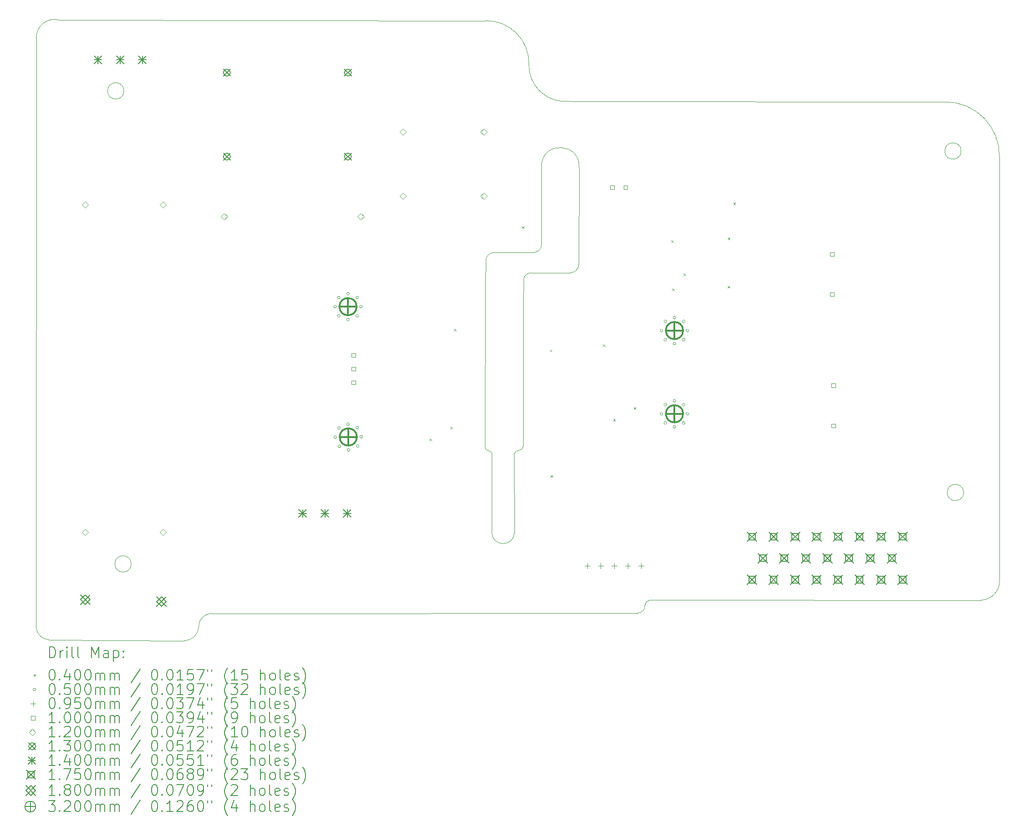
<source format=gbr>
%FSLAX45Y45*%
G04 Gerber Fmt 4.5, Leading zero omitted, Abs format (unit mm)*
G04 Created by KiCad (PCBNEW (6.0.1)) date 2022-11-29 11:45:11*
%MOMM*%
%LPD*%
G01*
G04 APERTURE LIST*
%TA.AperFunction,Profile*%
%ADD10C,0.100000*%
%TD*%
%ADD11C,0.200000*%
%ADD12C,0.040000*%
%ADD13C,0.050000*%
%ADD14C,0.095000*%
%ADD15C,0.100000*%
%ADD16C,0.120000*%
%ADD17C,0.130000*%
%ADD18C,0.140000*%
%ADD19C,0.175000*%
%ADD20C,0.180000*%
%ADD21C,0.320000*%
G04 APERTURE END LIST*
D10*
X21991405Y-12501877D02*
G75*
G03*
X21991405Y-12501877I-152485J0D01*
G01*
X22659353Y-14150353D02*
X22656800Y-6248400D01*
X13947171Y-8412480D02*
G75*
G03*
X13807440Y-8559800I0J-139926D01*
G01*
X15937597Y-14743797D02*
X8173720Y-14752320D01*
X14841378Y-6445937D02*
X14833600Y-8260080D01*
X15937597Y-14743797D02*
G75*
G03*
X16064597Y-14616797I0J127000D01*
G01*
X13108971Y-8181371D02*
X13101320Y-8625840D01*
X13634720Y-11788140D02*
X13637260Y-13248640D01*
X5167408Y-3704812D02*
G75*
G03*
X4748308Y-4047712I-82027J-327311D01*
G01*
X13906500Y-4521200D02*
G75*
G03*
X14655800Y-5219700I677555J-24316D01*
G01*
X4741133Y-15002288D02*
G75*
G03*
X4982433Y-15243588I256548J15248D01*
G01*
X13218101Y-13243560D02*
G75*
G03*
X13637260Y-13248640I209610J0D01*
G01*
X16178897Y-14502497D02*
X22303753Y-14505953D01*
X13733780Y-11711940D02*
G75*
G03*
X13797280Y-11648440I0J63500D01*
G01*
X13219881Y-11786419D02*
X13218101Y-13243560D01*
X22303753Y-14505953D02*
G75*
G03*
X22659353Y-14150353I0J355600D01*
G01*
X13906500Y-4521200D02*
G75*
G03*
X13119100Y-3719340I-786441J15271D01*
G01*
X7500620Y-15260320D02*
G75*
G03*
X7767320Y-14993620I0J266700D01*
G01*
X4741133Y-15002288D02*
X4748308Y-4047712D01*
X13992829Y-8033989D02*
G75*
G03*
X14142720Y-7889240I-1J149983D01*
G01*
X21655260Y-5230640D02*
X14655800Y-5219700D01*
X13101320Y-8625840D02*
X13091160Y-11653520D01*
X13802360Y-8986520D02*
X13807440Y-8559800D01*
X13219881Y-11786419D02*
G75*
G03*
X13156381Y-11722919I-63500J0D01*
G01*
X13091160Y-11653520D02*
G75*
G03*
X13156381Y-11722919I65221J-4052D01*
G01*
X13947171Y-8412480D02*
X14683709Y-8409909D01*
X6377485Y-5025000D02*
G75*
G03*
X6377485Y-5025000I-152485J0D01*
G01*
X8008620Y-14752320D02*
G75*
G03*
X7767320Y-14993620I-1J-241300D01*
G01*
X16178897Y-14502497D02*
G75*
G03*
X16064597Y-14616797I0J-114300D01*
G01*
X8173720Y-14752320D02*
X8008620Y-14752320D01*
X13733780Y-11711940D02*
G75*
G03*
X13634720Y-11788140I-1J-102487D01*
G01*
X6512555Y-13830627D02*
G75*
G03*
X6512555Y-13830627I-152485J0D01*
G01*
X13256291Y-8034051D02*
G75*
G03*
X13108971Y-8181371I0J-147320D01*
G01*
X13992829Y-8033989D02*
X13256291Y-8034051D01*
X14841378Y-6445937D02*
G75*
G03*
X14140338Y-6410377I-350679J14643D01*
G01*
X7500620Y-15260320D02*
X4982433Y-15243588D01*
X21945595Y-6144587D02*
G75*
G03*
X21945595Y-6144587I-152485J0D01*
G01*
X5167408Y-3704812D02*
X13119100Y-3719340D01*
X14683709Y-8409909D02*
G75*
G03*
X14833600Y-8260080I0J149891D01*
G01*
X13802360Y-8986520D02*
X13797280Y-11648440D01*
X22656800Y-6248400D02*
G75*
G03*
X21655260Y-5230640I-1001540J16090D01*
G01*
X14140338Y-6410377D02*
X14142720Y-7889240D01*
D11*
D12*
X12057700Y-11498900D02*
X12097700Y-11538900D01*
X12097700Y-11498900D02*
X12057700Y-11538900D01*
X12445050Y-11276650D02*
X12485050Y-11316650D01*
X12485050Y-11276650D02*
X12445050Y-11316650D01*
X12514900Y-9454200D02*
X12554900Y-9494200D01*
X12554900Y-9454200D02*
X12514900Y-9494200D01*
X13774800Y-7546880D02*
X13814800Y-7586880D01*
X13814800Y-7546880D02*
X13774800Y-7586880D01*
X14297925Y-9842875D02*
X14337925Y-9882875D01*
X14337925Y-9842875D02*
X14297925Y-9882875D01*
X14311950Y-12178350D02*
X14351950Y-12218350D01*
X14351950Y-12178350D02*
X14311950Y-12218350D01*
X15283500Y-9746300D02*
X15323500Y-9786300D01*
X15323500Y-9746300D02*
X15283500Y-9786300D01*
X15474000Y-11130600D02*
X15514000Y-11170600D01*
X15514000Y-11130600D02*
X15474000Y-11170600D01*
X15855000Y-10914700D02*
X15895000Y-10954700D01*
X15895000Y-10914700D02*
X15855000Y-10954700D01*
X16553500Y-7803200D02*
X16593500Y-7843200D01*
X16593500Y-7803200D02*
X16553500Y-7843200D01*
X16568850Y-8704900D02*
X16608850Y-8744900D01*
X16608850Y-8704900D02*
X16568850Y-8744900D01*
X16782100Y-8425500D02*
X16822100Y-8465500D01*
X16822100Y-8425500D02*
X16782100Y-8465500D01*
X17605250Y-8656450D02*
X17645250Y-8696450D01*
X17645250Y-8656450D02*
X17605250Y-8696450D01*
X17607600Y-7752400D02*
X17647600Y-7792400D01*
X17647600Y-7752400D02*
X17607600Y-7792400D01*
X17709200Y-7104700D02*
X17749200Y-7144700D01*
X17749200Y-7104700D02*
X17709200Y-7144700D01*
D13*
X10327612Y-9042190D02*
G75*
G03*
X10327612Y-9042190I-25000J0D01*
G01*
X10332184Y-11472462D02*
G75*
G03*
X10332184Y-11472462I-25000J0D01*
G01*
X10398287Y-8871565D02*
G75*
G03*
X10398287Y-8871565I-25000J0D01*
G01*
X10398287Y-9212815D02*
G75*
G03*
X10398287Y-9212815I-25000J0D01*
G01*
X10399626Y-11300498D02*
G75*
G03*
X10399626Y-11300498I-25000J0D01*
G01*
X10406092Y-11641748D02*
G75*
G03*
X10406092Y-11641748I-25000J0D01*
G01*
X10568912Y-8800890D02*
G75*
G03*
X10568912Y-8800890I-25000J0D01*
G01*
X10568912Y-9283490D02*
G75*
G03*
X10568912Y-9283490I-25000J0D01*
G01*
X10568912Y-11226590D02*
G75*
G03*
X10568912Y-11226590I-25000J0D01*
G01*
X10578056Y-11709190D02*
G75*
G03*
X10578056Y-11709190I-25000J0D01*
G01*
X10739537Y-8871565D02*
G75*
G03*
X10739537Y-8871565I-25000J0D01*
G01*
X10739537Y-9212815D02*
G75*
G03*
X10739537Y-9212815I-25000J0D01*
G01*
X10740876Y-11294032D02*
G75*
G03*
X10740876Y-11294032I-25000J0D01*
G01*
X10747342Y-11635282D02*
G75*
G03*
X10747342Y-11635282I-25000J0D01*
G01*
X10810212Y-9042190D02*
G75*
G03*
X10810212Y-9042190I-25000J0D01*
G01*
X10814784Y-11463318D02*
G75*
G03*
X10814784Y-11463318I-25000J0D01*
G01*
X16398212Y-9486690D02*
G75*
G03*
X16398212Y-9486690I-25000J0D01*
G01*
X16398212Y-11036090D02*
G75*
G03*
X16398212Y-11036090I-25000J0D01*
G01*
X16468887Y-9316065D02*
G75*
G03*
X16468887Y-9316065I-25000J0D01*
G01*
X16468887Y-9657315D02*
G75*
G03*
X16468887Y-9657315I-25000J0D01*
G01*
X16468887Y-10865465D02*
G75*
G03*
X16468887Y-10865465I-25000J0D01*
G01*
X16468887Y-11206715D02*
G75*
G03*
X16468887Y-11206715I-25000J0D01*
G01*
X16639512Y-9245390D02*
G75*
G03*
X16639512Y-9245390I-25000J0D01*
G01*
X16639512Y-9727990D02*
G75*
G03*
X16639512Y-9727990I-25000J0D01*
G01*
X16639512Y-10794790D02*
G75*
G03*
X16639512Y-10794790I-25000J0D01*
G01*
X16639512Y-11277390D02*
G75*
G03*
X16639512Y-11277390I-25000J0D01*
G01*
X16810137Y-9316065D02*
G75*
G03*
X16810137Y-9316065I-25000J0D01*
G01*
X16810137Y-9657315D02*
G75*
G03*
X16810137Y-9657315I-25000J0D01*
G01*
X16810137Y-10865465D02*
G75*
G03*
X16810137Y-10865465I-25000J0D01*
G01*
X16810137Y-11206715D02*
G75*
G03*
X16810137Y-11206715I-25000J0D01*
G01*
X16880812Y-9486690D02*
G75*
G03*
X16880812Y-9486690I-25000J0D01*
G01*
X16880812Y-11036090D02*
G75*
G03*
X16880812Y-11036090I-25000J0D01*
G01*
D14*
X14994000Y-13819200D02*
X14994000Y-13914200D01*
X14946500Y-13866700D02*
X15041500Y-13866700D01*
X15244000Y-13819200D02*
X15244000Y-13914200D01*
X15196500Y-13866700D02*
X15291500Y-13866700D01*
X15494000Y-13819200D02*
X15494000Y-13914200D01*
X15446500Y-13866700D02*
X15541500Y-13866700D01*
X15744000Y-13819200D02*
X15744000Y-13914200D01*
X15696500Y-13866700D02*
X15791500Y-13866700D01*
X15994000Y-13819200D02*
X15994000Y-13914200D01*
X15946500Y-13866700D02*
X16041500Y-13866700D01*
D15*
X10680868Y-9979246D02*
X10680868Y-9908534D01*
X10610156Y-9908534D01*
X10610156Y-9979246D01*
X10680868Y-9979246D01*
X10680868Y-10233246D02*
X10680868Y-10162534D01*
X10610156Y-10162534D01*
X10610156Y-10233246D01*
X10680868Y-10233246D01*
X10680868Y-10487246D02*
X10680868Y-10416534D01*
X10610156Y-10416534D01*
X10610156Y-10487246D01*
X10680868Y-10487246D01*
X15491256Y-6855256D02*
X15491256Y-6784544D01*
X15420544Y-6784544D01*
X15420544Y-6855256D01*
X15491256Y-6855256D01*
X15741256Y-6855256D02*
X15741256Y-6784544D01*
X15670544Y-6784544D01*
X15670544Y-6855256D01*
X15741256Y-6855256D01*
X19580656Y-8099856D02*
X19580656Y-8029144D01*
X19509944Y-8029144D01*
X19509944Y-8099856D01*
X19580656Y-8099856D01*
X19580656Y-8849856D02*
X19580656Y-8779144D01*
X19509944Y-8779144D01*
X19509944Y-8849856D01*
X19580656Y-8849856D01*
X19606056Y-10544256D02*
X19606056Y-10473544D01*
X19535344Y-10473544D01*
X19535344Y-10544256D01*
X19606056Y-10544256D01*
X19606056Y-11294256D02*
X19606056Y-11223544D01*
X19535344Y-11223544D01*
X19535344Y-11294256D01*
X19606056Y-11294256D01*
D16*
X5659120Y-7202480D02*
X5719120Y-7142480D01*
X5659120Y-7082480D01*
X5599120Y-7142480D01*
X5659120Y-7202480D01*
X5659120Y-13298480D02*
X5719120Y-13238480D01*
X5659120Y-13178480D01*
X5599120Y-13238480D01*
X5659120Y-13298480D01*
X7101840Y-7202480D02*
X7161840Y-7142480D01*
X7101840Y-7082480D01*
X7041840Y-7142480D01*
X7101840Y-7202480D01*
X7101840Y-13298480D02*
X7161840Y-13238480D01*
X7101840Y-13178480D01*
X7041840Y-13238480D01*
X7101840Y-13298480D01*
X8242300Y-7426000D02*
X8302300Y-7366000D01*
X8242300Y-7306000D01*
X8182300Y-7366000D01*
X8242300Y-7426000D01*
X10782300Y-7426000D02*
X10842300Y-7366000D01*
X10782300Y-7306000D01*
X10722300Y-7366000D01*
X10782300Y-7426000D01*
X11569000Y-5851200D02*
X11629000Y-5791200D01*
X11569000Y-5731200D01*
X11509000Y-5791200D01*
X11569000Y-5851200D01*
X11569000Y-7045000D02*
X11629000Y-6985000D01*
X11569000Y-6925000D01*
X11509000Y-6985000D01*
X11569000Y-7045000D01*
X13069000Y-5851200D02*
X13129000Y-5791200D01*
X13069000Y-5731200D01*
X13009000Y-5791200D01*
X13069000Y-5851200D01*
X13069000Y-7045000D02*
X13129000Y-6985000D01*
X13069000Y-6925000D01*
X13009000Y-6985000D01*
X13069000Y-7045000D01*
D17*
X8226000Y-4621300D02*
X8356000Y-4751300D01*
X8356000Y-4621300D02*
X8226000Y-4751300D01*
X8356000Y-4686300D02*
G75*
G03*
X8356000Y-4686300I-65000J0D01*
G01*
X8226000Y-6183400D02*
X8356000Y-6313400D01*
X8356000Y-6183400D02*
X8226000Y-6313400D01*
X8356000Y-6248400D02*
G75*
G03*
X8356000Y-6248400I-65000J0D01*
G01*
X10476000Y-4621300D02*
X10606000Y-4751300D01*
X10606000Y-4621300D02*
X10476000Y-4751300D01*
X10606000Y-4686300D02*
G75*
G03*
X10606000Y-4686300I-65000J0D01*
G01*
X10476000Y-6183400D02*
X10606000Y-6313400D01*
X10606000Y-6183400D02*
X10476000Y-6313400D01*
X10606000Y-6248400D02*
G75*
G03*
X10606000Y-6248400I-65000J0D01*
G01*
D18*
X5822300Y-4375100D02*
X5962300Y-4515100D01*
X5962300Y-4375100D02*
X5822300Y-4515100D01*
X5892300Y-4375100D02*
X5892300Y-4515100D01*
X5822300Y-4445100D02*
X5962300Y-4445100D01*
X6236300Y-4375100D02*
X6376300Y-4515100D01*
X6376300Y-4375100D02*
X6236300Y-4515100D01*
X6306300Y-4375100D02*
X6306300Y-4515100D01*
X6236300Y-4445100D02*
X6376300Y-4445100D01*
X6650300Y-4375100D02*
X6790300Y-4515100D01*
X6790300Y-4375100D02*
X6650300Y-4515100D01*
X6720300Y-4375100D02*
X6720300Y-4515100D01*
X6650300Y-4445100D02*
X6790300Y-4445100D01*
X9630800Y-12820400D02*
X9770800Y-12960400D01*
X9770800Y-12820400D02*
X9630800Y-12960400D01*
X9700800Y-12820400D02*
X9700800Y-12960400D01*
X9630800Y-12890400D02*
X9770800Y-12890400D01*
X10044800Y-12820400D02*
X10184800Y-12960400D01*
X10184800Y-12820400D02*
X10044800Y-12960400D01*
X10114800Y-12820400D02*
X10114800Y-12960400D01*
X10044800Y-12890400D02*
X10184800Y-12890400D01*
X10458800Y-12820400D02*
X10598800Y-12960400D01*
X10598800Y-12820400D02*
X10458800Y-12960400D01*
X10528800Y-12820400D02*
X10528800Y-12960400D01*
X10458800Y-12890400D02*
X10598800Y-12890400D01*
D19*
X17970600Y-13236450D02*
X18145600Y-13411450D01*
X18145600Y-13236450D02*
X17970600Y-13411450D01*
X18119972Y-13385822D02*
X18119972Y-13262078D01*
X17996228Y-13262078D01*
X17996228Y-13385822D01*
X18119972Y-13385822D01*
X17970600Y-14036450D02*
X18145600Y-14211450D01*
X18145600Y-14036450D02*
X17970600Y-14211450D01*
X18119972Y-14185822D02*
X18119972Y-14062078D01*
X17996228Y-14062078D01*
X17996228Y-14185822D01*
X18119972Y-14185822D01*
X18170600Y-13636450D02*
X18345600Y-13811450D01*
X18345600Y-13636450D02*
X18170600Y-13811450D01*
X18319972Y-13785822D02*
X18319972Y-13662078D01*
X18196228Y-13662078D01*
X18196228Y-13785822D01*
X18319972Y-13785822D01*
X18370600Y-13236450D02*
X18545600Y-13411450D01*
X18545600Y-13236450D02*
X18370600Y-13411450D01*
X18519972Y-13385822D02*
X18519972Y-13262078D01*
X18396228Y-13262078D01*
X18396228Y-13385822D01*
X18519972Y-13385822D01*
X18370600Y-14036450D02*
X18545600Y-14211450D01*
X18545600Y-14036450D02*
X18370600Y-14211450D01*
X18519972Y-14185822D02*
X18519972Y-14062078D01*
X18396228Y-14062078D01*
X18396228Y-14185822D01*
X18519972Y-14185822D01*
X18570600Y-13636450D02*
X18745600Y-13811450D01*
X18745600Y-13636450D02*
X18570600Y-13811450D01*
X18719972Y-13785822D02*
X18719972Y-13662078D01*
X18596228Y-13662078D01*
X18596228Y-13785822D01*
X18719972Y-13785822D01*
X18770600Y-13236450D02*
X18945600Y-13411450D01*
X18945600Y-13236450D02*
X18770600Y-13411450D01*
X18919972Y-13385822D02*
X18919972Y-13262078D01*
X18796228Y-13262078D01*
X18796228Y-13385822D01*
X18919972Y-13385822D01*
X18770600Y-14036450D02*
X18945600Y-14211450D01*
X18945600Y-14036450D02*
X18770600Y-14211450D01*
X18919972Y-14185822D02*
X18919972Y-14062078D01*
X18796228Y-14062078D01*
X18796228Y-14185822D01*
X18919972Y-14185822D01*
X18970600Y-13636450D02*
X19145600Y-13811450D01*
X19145600Y-13636450D02*
X18970600Y-13811450D01*
X19119972Y-13785822D02*
X19119972Y-13662078D01*
X18996228Y-13662078D01*
X18996228Y-13785822D01*
X19119972Y-13785822D01*
X19170600Y-13236450D02*
X19345600Y-13411450D01*
X19345600Y-13236450D02*
X19170600Y-13411450D01*
X19319972Y-13385822D02*
X19319972Y-13262078D01*
X19196228Y-13262078D01*
X19196228Y-13385822D01*
X19319972Y-13385822D01*
X19170600Y-14036450D02*
X19345600Y-14211450D01*
X19345600Y-14036450D02*
X19170600Y-14211450D01*
X19319972Y-14185822D02*
X19319972Y-14062078D01*
X19196228Y-14062078D01*
X19196228Y-14185822D01*
X19319972Y-14185822D01*
X19370600Y-13636450D02*
X19545600Y-13811450D01*
X19545600Y-13636450D02*
X19370600Y-13811450D01*
X19519972Y-13785822D02*
X19519972Y-13662078D01*
X19396228Y-13662078D01*
X19396228Y-13785822D01*
X19519972Y-13785822D01*
X19570600Y-13236450D02*
X19745600Y-13411450D01*
X19745600Y-13236450D02*
X19570600Y-13411450D01*
X19719972Y-13385822D02*
X19719972Y-13262078D01*
X19596228Y-13262078D01*
X19596228Y-13385822D01*
X19719972Y-13385822D01*
X19570600Y-14036450D02*
X19745600Y-14211450D01*
X19745600Y-14036450D02*
X19570600Y-14211450D01*
X19719972Y-14185822D02*
X19719972Y-14062078D01*
X19596228Y-14062078D01*
X19596228Y-14185822D01*
X19719972Y-14185822D01*
X19770600Y-13636450D02*
X19945600Y-13811450D01*
X19945600Y-13636450D02*
X19770600Y-13811450D01*
X19919972Y-13785822D02*
X19919972Y-13662078D01*
X19796228Y-13662078D01*
X19796228Y-13785822D01*
X19919972Y-13785822D01*
X19970600Y-13236450D02*
X20145600Y-13411450D01*
X20145600Y-13236450D02*
X19970600Y-13411450D01*
X20119972Y-13385822D02*
X20119972Y-13262078D01*
X19996228Y-13262078D01*
X19996228Y-13385822D01*
X20119972Y-13385822D01*
X19970600Y-14036450D02*
X20145600Y-14211450D01*
X20145600Y-14036450D02*
X19970600Y-14211450D01*
X20119972Y-14185822D02*
X20119972Y-14062078D01*
X19996228Y-14062078D01*
X19996228Y-14185822D01*
X20119972Y-14185822D01*
X20170600Y-13636450D02*
X20345600Y-13811450D01*
X20345600Y-13636450D02*
X20170600Y-13811450D01*
X20319972Y-13785822D02*
X20319972Y-13662078D01*
X20196228Y-13662078D01*
X20196228Y-13785822D01*
X20319972Y-13785822D01*
X20370600Y-13236450D02*
X20545600Y-13411450D01*
X20545600Y-13236450D02*
X20370600Y-13411450D01*
X20519972Y-13385822D02*
X20519972Y-13262078D01*
X20396228Y-13262078D01*
X20396228Y-13385822D01*
X20519972Y-13385822D01*
X20370600Y-14036450D02*
X20545600Y-14211450D01*
X20545600Y-14036450D02*
X20370600Y-14211450D01*
X20519972Y-14185822D02*
X20519972Y-14062078D01*
X20396228Y-14062078D01*
X20396228Y-14185822D01*
X20519972Y-14185822D01*
X20570600Y-13636450D02*
X20745600Y-13811450D01*
X20745600Y-13636450D02*
X20570600Y-13811450D01*
X20719972Y-13785822D02*
X20719972Y-13662078D01*
X20596228Y-13662078D01*
X20596228Y-13785822D01*
X20719972Y-13785822D01*
X20770600Y-13236450D02*
X20945600Y-13411450D01*
X20945600Y-13236450D02*
X20770600Y-13411450D01*
X20919972Y-13385822D02*
X20919972Y-13262078D01*
X20796228Y-13262078D01*
X20796228Y-13385822D01*
X20919972Y-13385822D01*
X20770600Y-14036450D02*
X20945600Y-14211450D01*
X20945600Y-14036450D02*
X20770600Y-14211450D01*
X20919972Y-14185822D02*
X20919972Y-14062078D01*
X20796228Y-14062078D01*
X20796228Y-14185822D01*
X20919972Y-14185822D01*
D20*
X5569120Y-14405780D02*
X5749120Y-14585780D01*
X5749120Y-14405780D02*
X5569120Y-14585780D01*
X5659120Y-14585780D02*
X5749120Y-14495780D01*
X5659120Y-14405780D01*
X5569120Y-14495780D01*
X5659120Y-14585780D01*
X6986440Y-14443880D02*
X7166440Y-14623880D01*
X7166440Y-14443880D02*
X6986440Y-14623880D01*
X7076440Y-14623880D02*
X7166440Y-14533880D01*
X7076440Y-14443880D01*
X6986440Y-14533880D01*
X7076440Y-14623880D01*
D21*
X10543912Y-8882190D02*
X10543912Y-9202190D01*
X10383912Y-9042190D02*
X10703912Y-9042190D01*
X10703912Y-9042190D02*
G75*
G03*
X10703912Y-9042190I-160000J0D01*
G01*
X10548484Y-11307890D02*
X10548484Y-11627890D01*
X10388484Y-11467890D02*
X10708484Y-11467890D01*
X10708484Y-11467890D02*
G75*
G03*
X10708484Y-11467890I-160000J0D01*
G01*
X16614512Y-9326690D02*
X16614512Y-9646690D01*
X16454512Y-9486690D02*
X16774512Y-9486690D01*
X16774512Y-9486690D02*
G75*
G03*
X16774512Y-9486690I-160000J0D01*
G01*
X16614512Y-10876090D02*
X16614512Y-11196090D01*
X16454512Y-11036090D02*
X16774512Y-11036090D01*
X16774512Y-11036090D02*
G75*
G03*
X16774512Y-11036090I-160000J0D01*
G01*
D11*
X4993752Y-15575796D02*
X4993752Y-15375796D01*
X5041371Y-15375796D01*
X5069942Y-15385320D01*
X5088990Y-15404368D01*
X5098513Y-15423415D01*
X5108037Y-15461510D01*
X5108037Y-15490082D01*
X5098513Y-15528177D01*
X5088990Y-15547225D01*
X5069942Y-15566272D01*
X5041371Y-15575796D01*
X4993752Y-15575796D01*
X5193752Y-15575796D02*
X5193752Y-15442463D01*
X5193752Y-15480558D02*
X5203275Y-15461510D01*
X5212799Y-15451987D01*
X5231847Y-15442463D01*
X5250894Y-15442463D01*
X5317561Y-15575796D02*
X5317561Y-15442463D01*
X5317561Y-15375796D02*
X5308037Y-15385320D01*
X5317561Y-15394844D01*
X5327085Y-15385320D01*
X5317561Y-15375796D01*
X5317561Y-15394844D01*
X5441371Y-15575796D02*
X5422323Y-15566272D01*
X5412799Y-15547225D01*
X5412799Y-15375796D01*
X5546133Y-15575796D02*
X5527085Y-15566272D01*
X5517561Y-15547225D01*
X5517561Y-15375796D01*
X5774704Y-15575796D02*
X5774704Y-15375796D01*
X5841370Y-15518653D01*
X5908037Y-15375796D01*
X5908037Y-15575796D01*
X6088990Y-15575796D02*
X6088990Y-15471034D01*
X6079466Y-15451987D01*
X6060418Y-15442463D01*
X6022323Y-15442463D01*
X6003275Y-15451987D01*
X6088990Y-15566272D02*
X6069942Y-15575796D01*
X6022323Y-15575796D01*
X6003275Y-15566272D01*
X5993751Y-15547225D01*
X5993751Y-15528177D01*
X6003275Y-15509129D01*
X6022323Y-15499606D01*
X6069942Y-15499606D01*
X6088990Y-15490082D01*
X6184228Y-15442463D02*
X6184228Y-15642463D01*
X6184228Y-15451987D02*
X6203275Y-15442463D01*
X6241370Y-15442463D01*
X6260418Y-15451987D01*
X6269942Y-15461510D01*
X6279466Y-15480558D01*
X6279466Y-15537701D01*
X6269942Y-15556748D01*
X6260418Y-15566272D01*
X6241370Y-15575796D01*
X6203275Y-15575796D01*
X6184228Y-15566272D01*
X6365180Y-15556748D02*
X6374704Y-15566272D01*
X6365180Y-15575796D01*
X6355656Y-15566272D01*
X6365180Y-15556748D01*
X6365180Y-15575796D01*
X6365180Y-15451987D02*
X6374704Y-15461510D01*
X6365180Y-15471034D01*
X6355656Y-15461510D01*
X6365180Y-15451987D01*
X6365180Y-15471034D01*
D12*
X4696133Y-15885320D02*
X4736133Y-15925320D01*
X4736133Y-15885320D02*
X4696133Y-15925320D01*
D11*
X5031847Y-15795796D02*
X5050894Y-15795796D01*
X5069942Y-15805320D01*
X5079466Y-15814844D01*
X5088990Y-15833891D01*
X5098513Y-15871987D01*
X5098513Y-15919606D01*
X5088990Y-15957701D01*
X5079466Y-15976748D01*
X5069942Y-15986272D01*
X5050894Y-15995796D01*
X5031847Y-15995796D01*
X5012799Y-15986272D01*
X5003275Y-15976748D01*
X4993752Y-15957701D01*
X4984228Y-15919606D01*
X4984228Y-15871987D01*
X4993752Y-15833891D01*
X5003275Y-15814844D01*
X5012799Y-15805320D01*
X5031847Y-15795796D01*
X5184228Y-15976748D02*
X5193752Y-15986272D01*
X5184228Y-15995796D01*
X5174704Y-15986272D01*
X5184228Y-15976748D01*
X5184228Y-15995796D01*
X5365180Y-15862463D02*
X5365180Y-15995796D01*
X5317561Y-15786272D02*
X5269942Y-15929129D01*
X5393752Y-15929129D01*
X5508037Y-15795796D02*
X5527085Y-15795796D01*
X5546133Y-15805320D01*
X5555656Y-15814844D01*
X5565180Y-15833891D01*
X5574704Y-15871987D01*
X5574704Y-15919606D01*
X5565180Y-15957701D01*
X5555656Y-15976748D01*
X5546133Y-15986272D01*
X5527085Y-15995796D01*
X5508037Y-15995796D01*
X5488990Y-15986272D01*
X5479466Y-15976748D01*
X5469942Y-15957701D01*
X5460418Y-15919606D01*
X5460418Y-15871987D01*
X5469942Y-15833891D01*
X5479466Y-15814844D01*
X5488990Y-15805320D01*
X5508037Y-15795796D01*
X5698513Y-15795796D02*
X5717561Y-15795796D01*
X5736609Y-15805320D01*
X5746132Y-15814844D01*
X5755656Y-15833891D01*
X5765180Y-15871987D01*
X5765180Y-15919606D01*
X5755656Y-15957701D01*
X5746132Y-15976748D01*
X5736609Y-15986272D01*
X5717561Y-15995796D01*
X5698513Y-15995796D01*
X5679466Y-15986272D01*
X5669942Y-15976748D01*
X5660418Y-15957701D01*
X5650894Y-15919606D01*
X5650894Y-15871987D01*
X5660418Y-15833891D01*
X5669942Y-15814844D01*
X5679466Y-15805320D01*
X5698513Y-15795796D01*
X5850894Y-15995796D02*
X5850894Y-15862463D01*
X5850894Y-15881510D02*
X5860418Y-15871987D01*
X5879466Y-15862463D01*
X5908037Y-15862463D01*
X5927085Y-15871987D01*
X5936609Y-15891034D01*
X5936609Y-15995796D01*
X5936609Y-15891034D02*
X5946132Y-15871987D01*
X5965180Y-15862463D01*
X5993751Y-15862463D01*
X6012799Y-15871987D01*
X6022323Y-15891034D01*
X6022323Y-15995796D01*
X6117561Y-15995796D02*
X6117561Y-15862463D01*
X6117561Y-15881510D02*
X6127085Y-15871987D01*
X6146132Y-15862463D01*
X6174704Y-15862463D01*
X6193751Y-15871987D01*
X6203275Y-15891034D01*
X6203275Y-15995796D01*
X6203275Y-15891034D02*
X6212799Y-15871987D01*
X6231847Y-15862463D01*
X6260418Y-15862463D01*
X6279466Y-15871987D01*
X6288990Y-15891034D01*
X6288990Y-15995796D01*
X6679466Y-15786272D02*
X6508037Y-16043415D01*
X6936609Y-15795796D02*
X6955656Y-15795796D01*
X6974704Y-15805320D01*
X6984228Y-15814844D01*
X6993751Y-15833891D01*
X7003275Y-15871987D01*
X7003275Y-15919606D01*
X6993751Y-15957701D01*
X6984228Y-15976748D01*
X6974704Y-15986272D01*
X6955656Y-15995796D01*
X6936609Y-15995796D01*
X6917561Y-15986272D01*
X6908037Y-15976748D01*
X6898513Y-15957701D01*
X6888990Y-15919606D01*
X6888990Y-15871987D01*
X6898513Y-15833891D01*
X6908037Y-15814844D01*
X6917561Y-15805320D01*
X6936609Y-15795796D01*
X7088990Y-15976748D02*
X7098513Y-15986272D01*
X7088990Y-15995796D01*
X7079466Y-15986272D01*
X7088990Y-15976748D01*
X7088990Y-15995796D01*
X7222323Y-15795796D02*
X7241370Y-15795796D01*
X7260418Y-15805320D01*
X7269942Y-15814844D01*
X7279466Y-15833891D01*
X7288990Y-15871987D01*
X7288990Y-15919606D01*
X7279466Y-15957701D01*
X7269942Y-15976748D01*
X7260418Y-15986272D01*
X7241370Y-15995796D01*
X7222323Y-15995796D01*
X7203275Y-15986272D01*
X7193751Y-15976748D01*
X7184228Y-15957701D01*
X7174704Y-15919606D01*
X7174704Y-15871987D01*
X7184228Y-15833891D01*
X7193751Y-15814844D01*
X7203275Y-15805320D01*
X7222323Y-15795796D01*
X7479466Y-15995796D02*
X7365180Y-15995796D01*
X7422323Y-15995796D02*
X7422323Y-15795796D01*
X7403275Y-15824368D01*
X7384228Y-15843415D01*
X7365180Y-15852939D01*
X7660418Y-15795796D02*
X7565180Y-15795796D01*
X7555656Y-15891034D01*
X7565180Y-15881510D01*
X7584228Y-15871987D01*
X7631847Y-15871987D01*
X7650894Y-15881510D01*
X7660418Y-15891034D01*
X7669942Y-15910082D01*
X7669942Y-15957701D01*
X7660418Y-15976748D01*
X7650894Y-15986272D01*
X7631847Y-15995796D01*
X7584228Y-15995796D01*
X7565180Y-15986272D01*
X7555656Y-15976748D01*
X7736609Y-15795796D02*
X7869942Y-15795796D01*
X7784228Y-15995796D01*
X7936609Y-15795796D02*
X7936609Y-15833891D01*
X8012799Y-15795796D02*
X8012799Y-15833891D01*
X8308037Y-16071987D02*
X8298513Y-16062463D01*
X8279466Y-16033891D01*
X8269942Y-16014844D01*
X8260418Y-15986272D01*
X8250894Y-15938653D01*
X8250894Y-15900558D01*
X8260418Y-15852939D01*
X8269942Y-15824368D01*
X8279466Y-15805320D01*
X8298513Y-15776748D01*
X8308037Y-15767225D01*
X8488990Y-15995796D02*
X8374704Y-15995796D01*
X8431847Y-15995796D02*
X8431847Y-15795796D01*
X8412799Y-15824368D01*
X8393752Y-15843415D01*
X8374704Y-15852939D01*
X8669942Y-15795796D02*
X8574704Y-15795796D01*
X8565180Y-15891034D01*
X8574704Y-15881510D01*
X8593752Y-15871987D01*
X8641371Y-15871987D01*
X8660418Y-15881510D01*
X8669942Y-15891034D01*
X8679466Y-15910082D01*
X8679466Y-15957701D01*
X8669942Y-15976748D01*
X8660418Y-15986272D01*
X8641371Y-15995796D01*
X8593752Y-15995796D01*
X8574704Y-15986272D01*
X8565180Y-15976748D01*
X8917561Y-15995796D02*
X8917561Y-15795796D01*
X9003275Y-15995796D02*
X9003275Y-15891034D01*
X8993752Y-15871987D01*
X8974704Y-15862463D01*
X8946132Y-15862463D01*
X8927085Y-15871987D01*
X8917561Y-15881510D01*
X9127085Y-15995796D02*
X9108037Y-15986272D01*
X9098513Y-15976748D01*
X9088990Y-15957701D01*
X9088990Y-15900558D01*
X9098513Y-15881510D01*
X9108037Y-15871987D01*
X9127085Y-15862463D01*
X9155656Y-15862463D01*
X9174704Y-15871987D01*
X9184228Y-15881510D01*
X9193752Y-15900558D01*
X9193752Y-15957701D01*
X9184228Y-15976748D01*
X9174704Y-15986272D01*
X9155656Y-15995796D01*
X9127085Y-15995796D01*
X9308037Y-15995796D02*
X9288990Y-15986272D01*
X9279466Y-15967225D01*
X9279466Y-15795796D01*
X9460418Y-15986272D02*
X9441371Y-15995796D01*
X9403275Y-15995796D01*
X9384228Y-15986272D01*
X9374704Y-15967225D01*
X9374704Y-15891034D01*
X9384228Y-15871987D01*
X9403275Y-15862463D01*
X9441371Y-15862463D01*
X9460418Y-15871987D01*
X9469942Y-15891034D01*
X9469942Y-15910082D01*
X9374704Y-15929129D01*
X9546132Y-15986272D02*
X9565180Y-15995796D01*
X9603275Y-15995796D01*
X9622323Y-15986272D01*
X9631847Y-15967225D01*
X9631847Y-15957701D01*
X9622323Y-15938653D01*
X9603275Y-15929129D01*
X9574704Y-15929129D01*
X9555656Y-15919606D01*
X9546132Y-15900558D01*
X9546132Y-15891034D01*
X9555656Y-15871987D01*
X9574704Y-15862463D01*
X9603275Y-15862463D01*
X9622323Y-15871987D01*
X9698513Y-16071987D02*
X9708037Y-16062463D01*
X9727085Y-16033891D01*
X9736609Y-16014844D01*
X9746132Y-15986272D01*
X9755656Y-15938653D01*
X9755656Y-15900558D01*
X9746132Y-15852939D01*
X9736609Y-15824368D01*
X9727085Y-15805320D01*
X9708037Y-15776748D01*
X9698513Y-15767225D01*
D13*
X4736133Y-16169320D02*
G75*
G03*
X4736133Y-16169320I-25000J0D01*
G01*
D11*
X5031847Y-16059796D02*
X5050894Y-16059796D01*
X5069942Y-16069320D01*
X5079466Y-16078844D01*
X5088990Y-16097891D01*
X5098513Y-16135987D01*
X5098513Y-16183606D01*
X5088990Y-16221701D01*
X5079466Y-16240748D01*
X5069942Y-16250272D01*
X5050894Y-16259796D01*
X5031847Y-16259796D01*
X5012799Y-16250272D01*
X5003275Y-16240748D01*
X4993752Y-16221701D01*
X4984228Y-16183606D01*
X4984228Y-16135987D01*
X4993752Y-16097891D01*
X5003275Y-16078844D01*
X5012799Y-16069320D01*
X5031847Y-16059796D01*
X5184228Y-16240748D02*
X5193752Y-16250272D01*
X5184228Y-16259796D01*
X5174704Y-16250272D01*
X5184228Y-16240748D01*
X5184228Y-16259796D01*
X5374704Y-16059796D02*
X5279466Y-16059796D01*
X5269942Y-16155034D01*
X5279466Y-16145510D01*
X5298513Y-16135987D01*
X5346133Y-16135987D01*
X5365180Y-16145510D01*
X5374704Y-16155034D01*
X5384228Y-16174082D01*
X5384228Y-16221701D01*
X5374704Y-16240748D01*
X5365180Y-16250272D01*
X5346133Y-16259796D01*
X5298513Y-16259796D01*
X5279466Y-16250272D01*
X5269942Y-16240748D01*
X5508037Y-16059796D02*
X5527085Y-16059796D01*
X5546133Y-16069320D01*
X5555656Y-16078844D01*
X5565180Y-16097891D01*
X5574704Y-16135987D01*
X5574704Y-16183606D01*
X5565180Y-16221701D01*
X5555656Y-16240748D01*
X5546133Y-16250272D01*
X5527085Y-16259796D01*
X5508037Y-16259796D01*
X5488990Y-16250272D01*
X5479466Y-16240748D01*
X5469942Y-16221701D01*
X5460418Y-16183606D01*
X5460418Y-16135987D01*
X5469942Y-16097891D01*
X5479466Y-16078844D01*
X5488990Y-16069320D01*
X5508037Y-16059796D01*
X5698513Y-16059796D02*
X5717561Y-16059796D01*
X5736609Y-16069320D01*
X5746132Y-16078844D01*
X5755656Y-16097891D01*
X5765180Y-16135987D01*
X5765180Y-16183606D01*
X5755656Y-16221701D01*
X5746132Y-16240748D01*
X5736609Y-16250272D01*
X5717561Y-16259796D01*
X5698513Y-16259796D01*
X5679466Y-16250272D01*
X5669942Y-16240748D01*
X5660418Y-16221701D01*
X5650894Y-16183606D01*
X5650894Y-16135987D01*
X5660418Y-16097891D01*
X5669942Y-16078844D01*
X5679466Y-16069320D01*
X5698513Y-16059796D01*
X5850894Y-16259796D02*
X5850894Y-16126463D01*
X5850894Y-16145510D02*
X5860418Y-16135987D01*
X5879466Y-16126463D01*
X5908037Y-16126463D01*
X5927085Y-16135987D01*
X5936609Y-16155034D01*
X5936609Y-16259796D01*
X5936609Y-16155034D02*
X5946132Y-16135987D01*
X5965180Y-16126463D01*
X5993751Y-16126463D01*
X6012799Y-16135987D01*
X6022323Y-16155034D01*
X6022323Y-16259796D01*
X6117561Y-16259796D02*
X6117561Y-16126463D01*
X6117561Y-16145510D02*
X6127085Y-16135987D01*
X6146132Y-16126463D01*
X6174704Y-16126463D01*
X6193751Y-16135987D01*
X6203275Y-16155034D01*
X6203275Y-16259796D01*
X6203275Y-16155034D02*
X6212799Y-16135987D01*
X6231847Y-16126463D01*
X6260418Y-16126463D01*
X6279466Y-16135987D01*
X6288990Y-16155034D01*
X6288990Y-16259796D01*
X6679466Y-16050272D02*
X6508037Y-16307415D01*
X6936609Y-16059796D02*
X6955656Y-16059796D01*
X6974704Y-16069320D01*
X6984228Y-16078844D01*
X6993751Y-16097891D01*
X7003275Y-16135987D01*
X7003275Y-16183606D01*
X6993751Y-16221701D01*
X6984228Y-16240748D01*
X6974704Y-16250272D01*
X6955656Y-16259796D01*
X6936609Y-16259796D01*
X6917561Y-16250272D01*
X6908037Y-16240748D01*
X6898513Y-16221701D01*
X6888990Y-16183606D01*
X6888990Y-16135987D01*
X6898513Y-16097891D01*
X6908037Y-16078844D01*
X6917561Y-16069320D01*
X6936609Y-16059796D01*
X7088990Y-16240748D02*
X7098513Y-16250272D01*
X7088990Y-16259796D01*
X7079466Y-16250272D01*
X7088990Y-16240748D01*
X7088990Y-16259796D01*
X7222323Y-16059796D02*
X7241370Y-16059796D01*
X7260418Y-16069320D01*
X7269942Y-16078844D01*
X7279466Y-16097891D01*
X7288990Y-16135987D01*
X7288990Y-16183606D01*
X7279466Y-16221701D01*
X7269942Y-16240748D01*
X7260418Y-16250272D01*
X7241370Y-16259796D01*
X7222323Y-16259796D01*
X7203275Y-16250272D01*
X7193751Y-16240748D01*
X7184228Y-16221701D01*
X7174704Y-16183606D01*
X7174704Y-16135987D01*
X7184228Y-16097891D01*
X7193751Y-16078844D01*
X7203275Y-16069320D01*
X7222323Y-16059796D01*
X7479466Y-16259796D02*
X7365180Y-16259796D01*
X7422323Y-16259796D02*
X7422323Y-16059796D01*
X7403275Y-16088368D01*
X7384228Y-16107415D01*
X7365180Y-16116939D01*
X7574704Y-16259796D02*
X7612799Y-16259796D01*
X7631847Y-16250272D01*
X7641370Y-16240748D01*
X7660418Y-16212177D01*
X7669942Y-16174082D01*
X7669942Y-16097891D01*
X7660418Y-16078844D01*
X7650894Y-16069320D01*
X7631847Y-16059796D01*
X7593751Y-16059796D01*
X7574704Y-16069320D01*
X7565180Y-16078844D01*
X7555656Y-16097891D01*
X7555656Y-16145510D01*
X7565180Y-16164558D01*
X7574704Y-16174082D01*
X7593751Y-16183606D01*
X7631847Y-16183606D01*
X7650894Y-16174082D01*
X7660418Y-16164558D01*
X7669942Y-16145510D01*
X7736609Y-16059796D02*
X7869942Y-16059796D01*
X7784228Y-16259796D01*
X7936609Y-16059796D02*
X7936609Y-16097891D01*
X8012799Y-16059796D02*
X8012799Y-16097891D01*
X8308037Y-16335987D02*
X8298513Y-16326463D01*
X8279466Y-16297891D01*
X8269942Y-16278844D01*
X8260418Y-16250272D01*
X8250894Y-16202653D01*
X8250894Y-16164558D01*
X8260418Y-16116939D01*
X8269942Y-16088368D01*
X8279466Y-16069320D01*
X8298513Y-16040748D01*
X8308037Y-16031225D01*
X8365180Y-16059796D02*
X8488990Y-16059796D01*
X8422323Y-16135987D01*
X8450894Y-16135987D01*
X8469942Y-16145510D01*
X8479466Y-16155034D01*
X8488990Y-16174082D01*
X8488990Y-16221701D01*
X8479466Y-16240748D01*
X8469942Y-16250272D01*
X8450894Y-16259796D01*
X8393752Y-16259796D01*
X8374704Y-16250272D01*
X8365180Y-16240748D01*
X8565180Y-16078844D02*
X8574704Y-16069320D01*
X8593752Y-16059796D01*
X8641371Y-16059796D01*
X8660418Y-16069320D01*
X8669942Y-16078844D01*
X8679466Y-16097891D01*
X8679466Y-16116939D01*
X8669942Y-16145510D01*
X8555656Y-16259796D01*
X8679466Y-16259796D01*
X8917561Y-16259796D02*
X8917561Y-16059796D01*
X9003275Y-16259796D02*
X9003275Y-16155034D01*
X8993752Y-16135987D01*
X8974704Y-16126463D01*
X8946132Y-16126463D01*
X8927085Y-16135987D01*
X8917561Y-16145510D01*
X9127085Y-16259796D02*
X9108037Y-16250272D01*
X9098513Y-16240748D01*
X9088990Y-16221701D01*
X9088990Y-16164558D01*
X9098513Y-16145510D01*
X9108037Y-16135987D01*
X9127085Y-16126463D01*
X9155656Y-16126463D01*
X9174704Y-16135987D01*
X9184228Y-16145510D01*
X9193752Y-16164558D01*
X9193752Y-16221701D01*
X9184228Y-16240748D01*
X9174704Y-16250272D01*
X9155656Y-16259796D01*
X9127085Y-16259796D01*
X9308037Y-16259796D02*
X9288990Y-16250272D01*
X9279466Y-16231225D01*
X9279466Y-16059796D01*
X9460418Y-16250272D02*
X9441371Y-16259796D01*
X9403275Y-16259796D01*
X9384228Y-16250272D01*
X9374704Y-16231225D01*
X9374704Y-16155034D01*
X9384228Y-16135987D01*
X9403275Y-16126463D01*
X9441371Y-16126463D01*
X9460418Y-16135987D01*
X9469942Y-16155034D01*
X9469942Y-16174082D01*
X9374704Y-16193129D01*
X9546132Y-16250272D02*
X9565180Y-16259796D01*
X9603275Y-16259796D01*
X9622323Y-16250272D01*
X9631847Y-16231225D01*
X9631847Y-16221701D01*
X9622323Y-16202653D01*
X9603275Y-16193129D01*
X9574704Y-16193129D01*
X9555656Y-16183606D01*
X9546132Y-16164558D01*
X9546132Y-16155034D01*
X9555656Y-16135987D01*
X9574704Y-16126463D01*
X9603275Y-16126463D01*
X9622323Y-16135987D01*
X9698513Y-16335987D02*
X9708037Y-16326463D01*
X9727085Y-16297891D01*
X9736609Y-16278844D01*
X9746132Y-16250272D01*
X9755656Y-16202653D01*
X9755656Y-16164558D01*
X9746132Y-16116939D01*
X9736609Y-16088368D01*
X9727085Y-16069320D01*
X9708037Y-16040748D01*
X9698513Y-16031225D01*
D14*
X4688633Y-16385820D02*
X4688633Y-16480820D01*
X4641133Y-16433320D02*
X4736133Y-16433320D01*
D11*
X5031847Y-16323796D02*
X5050894Y-16323796D01*
X5069942Y-16333320D01*
X5079466Y-16342844D01*
X5088990Y-16361891D01*
X5098513Y-16399987D01*
X5098513Y-16447606D01*
X5088990Y-16485701D01*
X5079466Y-16504748D01*
X5069942Y-16514272D01*
X5050894Y-16523796D01*
X5031847Y-16523796D01*
X5012799Y-16514272D01*
X5003275Y-16504748D01*
X4993752Y-16485701D01*
X4984228Y-16447606D01*
X4984228Y-16399987D01*
X4993752Y-16361891D01*
X5003275Y-16342844D01*
X5012799Y-16333320D01*
X5031847Y-16323796D01*
X5184228Y-16504748D02*
X5193752Y-16514272D01*
X5184228Y-16523796D01*
X5174704Y-16514272D01*
X5184228Y-16504748D01*
X5184228Y-16523796D01*
X5288990Y-16523796D02*
X5327085Y-16523796D01*
X5346133Y-16514272D01*
X5355656Y-16504748D01*
X5374704Y-16476177D01*
X5384228Y-16438082D01*
X5384228Y-16361891D01*
X5374704Y-16342844D01*
X5365180Y-16333320D01*
X5346133Y-16323796D01*
X5308037Y-16323796D01*
X5288990Y-16333320D01*
X5279466Y-16342844D01*
X5269942Y-16361891D01*
X5269942Y-16409510D01*
X5279466Y-16428558D01*
X5288990Y-16438082D01*
X5308037Y-16447606D01*
X5346133Y-16447606D01*
X5365180Y-16438082D01*
X5374704Y-16428558D01*
X5384228Y-16409510D01*
X5565180Y-16323796D02*
X5469942Y-16323796D01*
X5460418Y-16419034D01*
X5469942Y-16409510D01*
X5488990Y-16399987D01*
X5536609Y-16399987D01*
X5555656Y-16409510D01*
X5565180Y-16419034D01*
X5574704Y-16438082D01*
X5574704Y-16485701D01*
X5565180Y-16504748D01*
X5555656Y-16514272D01*
X5536609Y-16523796D01*
X5488990Y-16523796D01*
X5469942Y-16514272D01*
X5460418Y-16504748D01*
X5698513Y-16323796D02*
X5717561Y-16323796D01*
X5736609Y-16333320D01*
X5746132Y-16342844D01*
X5755656Y-16361891D01*
X5765180Y-16399987D01*
X5765180Y-16447606D01*
X5755656Y-16485701D01*
X5746132Y-16504748D01*
X5736609Y-16514272D01*
X5717561Y-16523796D01*
X5698513Y-16523796D01*
X5679466Y-16514272D01*
X5669942Y-16504748D01*
X5660418Y-16485701D01*
X5650894Y-16447606D01*
X5650894Y-16399987D01*
X5660418Y-16361891D01*
X5669942Y-16342844D01*
X5679466Y-16333320D01*
X5698513Y-16323796D01*
X5850894Y-16523796D02*
X5850894Y-16390463D01*
X5850894Y-16409510D02*
X5860418Y-16399987D01*
X5879466Y-16390463D01*
X5908037Y-16390463D01*
X5927085Y-16399987D01*
X5936609Y-16419034D01*
X5936609Y-16523796D01*
X5936609Y-16419034D02*
X5946132Y-16399987D01*
X5965180Y-16390463D01*
X5993751Y-16390463D01*
X6012799Y-16399987D01*
X6022323Y-16419034D01*
X6022323Y-16523796D01*
X6117561Y-16523796D02*
X6117561Y-16390463D01*
X6117561Y-16409510D02*
X6127085Y-16399987D01*
X6146132Y-16390463D01*
X6174704Y-16390463D01*
X6193751Y-16399987D01*
X6203275Y-16419034D01*
X6203275Y-16523796D01*
X6203275Y-16419034D02*
X6212799Y-16399987D01*
X6231847Y-16390463D01*
X6260418Y-16390463D01*
X6279466Y-16399987D01*
X6288990Y-16419034D01*
X6288990Y-16523796D01*
X6679466Y-16314272D02*
X6508037Y-16571415D01*
X6936609Y-16323796D02*
X6955656Y-16323796D01*
X6974704Y-16333320D01*
X6984228Y-16342844D01*
X6993751Y-16361891D01*
X7003275Y-16399987D01*
X7003275Y-16447606D01*
X6993751Y-16485701D01*
X6984228Y-16504748D01*
X6974704Y-16514272D01*
X6955656Y-16523796D01*
X6936609Y-16523796D01*
X6917561Y-16514272D01*
X6908037Y-16504748D01*
X6898513Y-16485701D01*
X6888990Y-16447606D01*
X6888990Y-16399987D01*
X6898513Y-16361891D01*
X6908037Y-16342844D01*
X6917561Y-16333320D01*
X6936609Y-16323796D01*
X7088990Y-16504748D02*
X7098513Y-16514272D01*
X7088990Y-16523796D01*
X7079466Y-16514272D01*
X7088990Y-16504748D01*
X7088990Y-16523796D01*
X7222323Y-16323796D02*
X7241370Y-16323796D01*
X7260418Y-16333320D01*
X7269942Y-16342844D01*
X7279466Y-16361891D01*
X7288990Y-16399987D01*
X7288990Y-16447606D01*
X7279466Y-16485701D01*
X7269942Y-16504748D01*
X7260418Y-16514272D01*
X7241370Y-16523796D01*
X7222323Y-16523796D01*
X7203275Y-16514272D01*
X7193751Y-16504748D01*
X7184228Y-16485701D01*
X7174704Y-16447606D01*
X7174704Y-16399987D01*
X7184228Y-16361891D01*
X7193751Y-16342844D01*
X7203275Y-16333320D01*
X7222323Y-16323796D01*
X7355656Y-16323796D02*
X7479466Y-16323796D01*
X7412799Y-16399987D01*
X7441370Y-16399987D01*
X7460418Y-16409510D01*
X7469942Y-16419034D01*
X7479466Y-16438082D01*
X7479466Y-16485701D01*
X7469942Y-16504748D01*
X7460418Y-16514272D01*
X7441370Y-16523796D01*
X7384228Y-16523796D01*
X7365180Y-16514272D01*
X7355656Y-16504748D01*
X7546132Y-16323796D02*
X7679466Y-16323796D01*
X7593751Y-16523796D01*
X7841370Y-16390463D02*
X7841370Y-16523796D01*
X7793751Y-16314272D02*
X7746132Y-16457129D01*
X7869942Y-16457129D01*
X7936609Y-16323796D02*
X7936609Y-16361891D01*
X8012799Y-16323796D02*
X8012799Y-16361891D01*
X8308037Y-16599987D02*
X8298513Y-16590463D01*
X8279466Y-16561891D01*
X8269942Y-16542844D01*
X8260418Y-16514272D01*
X8250894Y-16466653D01*
X8250894Y-16428558D01*
X8260418Y-16380939D01*
X8269942Y-16352368D01*
X8279466Y-16333320D01*
X8298513Y-16304748D01*
X8308037Y-16295225D01*
X8479466Y-16323796D02*
X8384228Y-16323796D01*
X8374704Y-16419034D01*
X8384228Y-16409510D01*
X8403275Y-16399987D01*
X8450894Y-16399987D01*
X8469942Y-16409510D01*
X8479466Y-16419034D01*
X8488990Y-16438082D01*
X8488990Y-16485701D01*
X8479466Y-16504748D01*
X8469942Y-16514272D01*
X8450894Y-16523796D01*
X8403275Y-16523796D01*
X8384228Y-16514272D01*
X8374704Y-16504748D01*
X8727085Y-16523796D02*
X8727085Y-16323796D01*
X8812799Y-16523796D02*
X8812799Y-16419034D01*
X8803275Y-16399987D01*
X8784228Y-16390463D01*
X8755656Y-16390463D01*
X8736609Y-16399987D01*
X8727085Y-16409510D01*
X8936609Y-16523796D02*
X8917561Y-16514272D01*
X8908037Y-16504748D01*
X8898513Y-16485701D01*
X8898513Y-16428558D01*
X8908037Y-16409510D01*
X8917561Y-16399987D01*
X8936609Y-16390463D01*
X8965180Y-16390463D01*
X8984228Y-16399987D01*
X8993752Y-16409510D01*
X9003275Y-16428558D01*
X9003275Y-16485701D01*
X8993752Y-16504748D01*
X8984228Y-16514272D01*
X8965180Y-16523796D01*
X8936609Y-16523796D01*
X9117561Y-16523796D02*
X9098513Y-16514272D01*
X9088990Y-16495225D01*
X9088990Y-16323796D01*
X9269942Y-16514272D02*
X9250894Y-16523796D01*
X9212799Y-16523796D01*
X9193752Y-16514272D01*
X9184228Y-16495225D01*
X9184228Y-16419034D01*
X9193752Y-16399987D01*
X9212799Y-16390463D01*
X9250894Y-16390463D01*
X9269942Y-16399987D01*
X9279466Y-16419034D01*
X9279466Y-16438082D01*
X9184228Y-16457129D01*
X9355656Y-16514272D02*
X9374704Y-16523796D01*
X9412799Y-16523796D01*
X9431847Y-16514272D01*
X9441371Y-16495225D01*
X9441371Y-16485701D01*
X9431847Y-16466653D01*
X9412799Y-16457129D01*
X9384228Y-16457129D01*
X9365180Y-16447606D01*
X9355656Y-16428558D01*
X9355656Y-16419034D01*
X9365180Y-16399987D01*
X9384228Y-16390463D01*
X9412799Y-16390463D01*
X9431847Y-16399987D01*
X9508037Y-16599987D02*
X9517561Y-16590463D01*
X9536609Y-16561891D01*
X9546132Y-16542844D01*
X9555656Y-16514272D01*
X9565180Y-16466653D01*
X9565180Y-16428558D01*
X9555656Y-16380939D01*
X9546132Y-16352368D01*
X9536609Y-16333320D01*
X9517561Y-16304748D01*
X9508037Y-16295225D01*
D15*
X4721488Y-16732676D02*
X4721488Y-16661964D01*
X4650777Y-16661964D01*
X4650777Y-16732676D01*
X4721488Y-16732676D01*
D11*
X5098513Y-16787796D02*
X4984228Y-16787796D01*
X5041371Y-16787796D02*
X5041371Y-16587796D01*
X5022323Y-16616368D01*
X5003275Y-16635415D01*
X4984228Y-16644939D01*
X5184228Y-16768748D02*
X5193752Y-16778272D01*
X5184228Y-16787796D01*
X5174704Y-16778272D01*
X5184228Y-16768748D01*
X5184228Y-16787796D01*
X5317561Y-16587796D02*
X5336609Y-16587796D01*
X5355656Y-16597320D01*
X5365180Y-16606844D01*
X5374704Y-16625891D01*
X5384228Y-16663987D01*
X5384228Y-16711606D01*
X5374704Y-16749701D01*
X5365180Y-16768748D01*
X5355656Y-16778272D01*
X5336609Y-16787796D01*
X5317561Y-16787796D01*
X5298513Y-16778272D01*
X5288990Y-16768748D01*
X5279466Y-16749701D01*
X5269942Y-16711606D01*
X5269942Y-16663987D01*
X5279466Y-16625891D01*
X5288990Y-16606844D01*
X5298513Y-16597320D01*
X5317561Y-16587796D01*
X5508037Y-16587796D02*
X5527085Y-16587796D01*
X5546133Y-16597320D01*
X5555656Y-16606844D01*
X5565180Y-16625891D01*
X5574704Y-16663987D01*
X5574704Y-16711606D01*
X5565180Y-16749701D01*
X5555656Y-16768748D01*
X5546133Y-16778272D01*
X5527085Y-16787796D01*
X5508037Y-16787796D01*
X5488990Y-16778272D01*
X5479466Y-16768748D01*
X5469942Y-16749701D01*
X5460418Y-16711606D01*
X5460418Y-16663987D01*
X5469942Y-16625891D01*
X5479466Y-16606844D01*
X5488990Y-16597320D01*
X5508037Y-16587796D01*
X5698513Y-16587796D02*
X5717561Y-16587796D01*
X5736609Y-16597320D01*
X5746132Y-16606844D01*
X5755656Y-16625891D01*
X5765180Y-16663987D01*
X5765180Y-16711606D01*
X5755656Y-16749701D01*
X5746132Y-16768748D01*
X5736609Y-16778272D01*
X5717561Y-16787796D01*
X5698513Y-16787796D01*
X5679466Y-16778272D01*
X5669942Y-16768748D01*
X5660418Y-16749701D01*
X5650894Y-16711606D01*
X5650894Y-16663987D01*
X5660418Y-16625891D01*
X5669942Y-16606844D01*
X5679466Y-16597320D01*
X5698513Y-16587796D01*
X5850894Y-16787796D02*
X5850894Y-16654463D01*
X5850894Y-16673510D02*
X5860418Y-16663987D01*
X5879466Y-16654463D01*
X5908037Y-16654463D01*
X5927085Y-16663987D01*
X5936609Y-16683034D01*
X5936609Y-16787796D01*
X5936609Y-16683034D02*
X5946132Y-16663987D01*
X5965180Y-16654463D01*
X5993751Y-16654463D01*
X6012799Y-16663987D01*
X6022323Y-16683034D01*
X6022323Y-16787796D01*
X6117561Y-16787796D02*
X6117561Y-16654463D01*
X6117561Y-16673510D02*
X6127085Y-16663987D01*
X6146132Y-16654463D01*
X6174704Y-16654463D01*
X6193751Y-16663987D01*
X6203275Y-16683034D01*
X6203275Y-16787796D01*
X6203275Y-16683034D02*
X6212799Y-16663987D01*
X6231847Y-16654463D01*
X6260418Y-16654463D01*
X6279466Y-16663987D01*
X6288990Y-16683034D01*
X6288990Y-16787796D01*
X6679466Y-16578272D02*
X6508037Y-16835415D01*
X6936609Y-16587796D02*
X6955656Y-16587796D01*
X6974704Y-16597320D01*
X6984228Y-16606844D01*
X6993751Y-16625891D01*
X7003275Y-16663987D01*
X7003275Y-16711606D01*
X6993751Y-16749701D01*
X6984228Y-16768748D01*
X6974704Y-16778272D01*
X6955656Y-16787796D01*
X6936609Y-16787796D01*
X6917561Y-16778272D01*
X6908037Y-16768748D01*
X6898513Y-16749701D01*
X6888990Y-16711606D01*
X6888990Y-16663987D01*
X6898513Y-16625891D01*
X6908037Y-16606844D01*
X6917561Y-16597320D01*
X6936609Y-16587796D01*
X7088990Y-16768748D02*
X7098513Y-16778272D01*
X7088990Y-16787796D01*
X7079466Y-16778272D01*
X7088990Y-16768748D01*
X7088990Y-16787796D01*
X7222323Y-16587796D02*
X7241370Y-16587796D01*
X7260418Y-16597320D01*
X7269942Y-16606844D01*
X7279466Y-16625891D01*
X7288990Y-16663987D01*
X7288990Y-16711606D01*
X7279466Y-16749701D01*
X7269942Y-16768748D01*
X7260418Y-16778272D01*
X7241370Y-16787796D01*
X7222323Y-16787796D01*
X7203275Y-16778272D01*
X7193751Y-16768748D01*
X7184228Y-16749701D01*
X7174704Y-16711606D01*
X7174704Y-16663987D01*
X7184228Y-16625891D01*
X7193751Y-16606844D01*
X7203275Y-16597320D01*
X7222323Y-16587796D01*
X7355656Y-16587796D02*
X7479466Y-16587796D01*
X7412799Y-16663987D01*
X7441370Y-16663987D01*
X7460418Y-16673510D01*
X7469942Y-16683034D01*
X7479466Y-16702082D01*
X7479466Y-16749701D01*
X7469942Y-16768748D01*
X7460418Y-16778272D01*
X7441370Y-16787796D01*
X7384228Y-16787796D01*
X7365180Y-16778272D01*
X7355656Y-16768748D01*
X7574704Y-16787796D02*
X7612799Y-16787796D01*
X7631847Y-16778272D01*
X7641370Y-16768748D01*
X7660418Y-16740177D01*
X7669942Y-16702082D01*
X7669942Y-16625891D01*
X7660418Y-16606844D01*
X7650894Y-16597320D01*
X7631847Y-16587796D01*
X7593751Y-16587796D01*
X7574704Y-16597320D01*
X7565180Y-16606844D01*
X7555656Y-16625891D01*
X7555656Y-16673510D01*
X7565180Y-16692558D01*
X7574704Y-16702082D01*
X7593751Y-16711606D01*
X7631847Y-16711606D01*
X7650894Y-16702082D01*
X7660418Y-16692558D01*
X7669942Y-16673510D01*
X7841370Y-16654463D02*
X7841370Y-16787796D01*
X7793751Y-16578272D02*
X7746132Y-16721129D01*
X7869942Y-16721129D01*
X7936609Y-16587796D02*
X7936609Y-16625891D01*
X8012799Y-16587796D02*
X8012799Y-16625891D01*
X8308037Y-16863987D02*
X8298513Y-16854463D01*
X8279466Y-16825891D01*
X8269942Y-16806844D01*
X8260418Y-16778272D01*
X8250894Y-16730653D01*
X8250894Y-16692558D01*
X8260418Y-16644939D01*
X8269942Y-16616368D01*
X8279466Y-16597320D01*
X8298513Y-16568748D01*
X8308037Y-16559225D01*
X8393752Y-16787796D02*
X8431847Y-16787796D01*
X8450894Y-16778272D01*
X8460418Y-16768748D01*
X8479466Y-16740177D01*
X8488990Y-16702082D01*
X8488990Y-16625891D01*
X8479466Y-16606844D01*
X8469942Y-16597320D01*
X8450894Y-16587796D01*
X8412799Y-16587796D01*
X8393752Y-16597320D01*
X8384228Y-16606844D01*
X8374704Y-16625891D01*
X8374704Y-16673510D01*
X8384228Y-16692558D01*
X8393752Y-16702082D01*
X8412799Y-16711606D01*
X8450894Y-16711606D01*
X8469942Y-16702082D01*
X8479466Y-16692558D01*
X8488990Y-16673510D01*
X8727085Y-16787796D02*
X8727085Y-16587796D01*
X8812799Y-16787796D02*
X8812799Y-16683034D01*
X8803275Y-16663987D01*
X8784228Y-16654463D01*
X8755656Y-16654463D01*
X8736609Y-16663987D01*
X8727085Y-16673510D01*
X8936609Y-16787796D02*
X8917561Y-16778272D01*
X8908037Y-16768748D01*
X8898513Y-16749701D01*
X8898513Y-16692558D01*
X8908037Y-16673510D01*
X8917561Y-16663987D01*
X8936609Y-16654463D01*
X8965180Y-16654463D01*
X8984228Y-16663987D01*
X8993752Y-16673510D01*
X9003275Y-16692558D01*
X9003275Y-16749701D01*
X8993752Y-16768748D01*
X8984228Y-16778272D01*
X8965180Y-16787796D01*
X8936609Y-16787796D01*
X9117561Y-16787796D02*
X9098513Y-16778272D01*
X9088990Y-16759225D01*
X9088990Y-16587796D01*
X9269942Y-16778272D02*
X9250894Y-16787796D01*
X9212799Y-16787796D01*
X9193752Y-16778272D01*
X9184228Y-16759225D01*
X9184228Y-16683034D01*
X9193752Y-16663987D01*
X9212799Y-16654463D01*
X9250894Y-16654463D01*
X9269942Y-16663987D01*
X9279466Y-16683034D01*
X9279466Y-16702082D01*
X9184228Y-16721129D01*
X9355656Y-16778272D02*
X9374704Y-16787796D01*
X9412799Y-16787796D01*
X9431847Y-16778272D01*
X9441371Y-16759225D01*
X9441371Y-16749701D01*
X9431847Y-16730653D01*
X9412799Y-16721129D01*
X9384228Y-16721129D01*
X9365180Y-16711606D01*
X9355656Y-16692558D01*
X9355656Y-16683034D01*
X9365180Y-16663987D01*
X9384228Y-16654463D01*
X9412799Y-16654463D01*
X9431847Y-16663987D01*
X9508037Y-16863987D02*
X9517561Y-16854463D01*
X9536609Y-16825891D01*
X9546132Y-16806844D01*
X9555656Y-16778272D01*
X9565180Y-16730653D01*
X9565180Y-16692558D01*
X9555656Y-16644939D01*
X9546132Y-16616368D01*
X9536609Y-16597320D01*
X9517561Y-16568748D01*
X9508037Y-16559225D01*
D16*
X4676133Y-17021320D02*
X4736133Y-16961320D01*
X4676133Y-16901320D01*
X4616133Y-16961320D01*
X4676133Y-17021320D01*
D11*
X5098513Y-17051796D02*
X4984228Y-17051796D01*
X5041371Y-17051796D02*
X5041371Y-16851796D01*
X5022323Y-16880368D01*
X5003275Y-16899415D01*
X4984228Y-16908939D01*
X5184228Y-17032749D02*
X5193752Y-17042272D01*
X5184228Y-17051796D01*
X5174704Y-17042272D01*
X5184228Y-17032749D01*
X5184228Y-17051796D01*
X5269942Y-16870844D02*
X5279466Y-16861320D01*
X5298513Y-16851796D01*
X5346133Y-16851796D01*
X5365180Y-16861320D01*
X5374704Y-16870844D01*
X5384228Y-16889891D01*
X5384228Y-16908939D01*
X5374704Y-16937510D01*
X5260418Y-17051796D01*
X5384228Y-17051796D01*
X5508037Y-16851796D02*
X5527085Y-16851796D01*
X5546133Y-16861320D01*
X5555656Y-16870844D01*
X5565180Y-16889891D01*
X5574704Y-16927987D01*
X5574704Y-16975606D01*
X5565180Y-17013701D01*
X5555656Y-17032749D01*
X5546133Y-17042272D01*
X5527085Y-17051796D01*
X5508037Y-17051796D01*
X5488990Y-17042272D01*
X5479466Y-17032749D01*
X5469942Y-17013701D01*
X5460418Y-16975606D01*
X5460418Y-16927987D01*
X5469942Y-16889891D01*
X5479466Y-16870844D01*
X5488990Y-16861320D01*
X5508037Y-16851796D01*
X5698513Y-16851796D02*
X5717561Y-16851796D01*
X5736609Y-16861320D01*
X5746132Y-16870844D01*
X5755656Y-16889891D01*
X5765180Y-16927987D01*
X5765180Y-16975606D01*
X5755656Y-17013701D01*
X5746132Y-17032749D01*
X5736609Y-17042272D01*
X5717561Y-17051796D01*
X5698513Y-17051796D01*
X5679466Y-17042272D01*
X5669942Y-17032749D01*
X5660418Y-17013701D01*
X5650894Y-16975606D01*
X5650894Y-16927987D01*
X5660418Y-16889891D01*
X5669942Y-16870844D01*
X5679466Y-16861320D01*
X5698513Y-16851796D01*
X5850894Y-17051796D02*
X5850894Y-16918463D01*
X5850894Y-16937510D02*
X5860418Y-16927987D01*
X5879466Y-16918463D01*
X5908037Y-16918463D01*
X5927085Y-16927987D01*
X5936609Y-16947034D01*
X5936609Y-17051796D01*
X5936609Y-16947034D02*
X5946132Y-16927987D01*
X5965180Y-16918463D01*
X5993751Y-16918463D01*
X6012799Y-16927987D01*
X6022323Y-16947034D01*
X6022323Y-17051796D01*
X6117561Y-17051796D02*
X6117561Y-16918463D01*
X6117561Y-16937510D02*
X6127085Y-16927987D01*
X6146132Y-16918463D01*
X6174704Y-16918463D01*
X6193751Y-16927987D01*
X6203275Y-16947034D01*
X6203275Y-17051796D01*
X6203275Y-16947034D02*
X6212799Y-16927987D01*
X6231847Y-16918463D01*
X6260418Y-16918463D01*
X6279466Y-16927987D01*
X6288990Y-16947034D01*
X6288990Y-17051796D01*
X6679466Y-16842272D02*
X6508037Y-17099415D01*
X6936609Y-16851796D02*
X6955656Y-16851796D01*
X6974704Y-16861320D01*
X6984228Y-16870844D01*
X6993751Y-16889891D01*
X7003275Y-16927987D01*
X7003275Y-16975606D01*
X6993751Y-17013701D01*
X6984228Y-17032749D01*
X6974704Y-17042272D01*
X6955656Y-17051796D01*
X6936609Y-17051796D01*
X6917561Y-17042272D01*
X6908037Y-17032749D01*
X6898513Y-17013701D01*
X6888990Y-16975606D01*
X6888990Y-16927987D01*
X6898513Y-16889891D01*
X6908037Y-16870844D01*
X6917561Y-16861320D01*
X6936609Y-16851796D01*
X7088990Y-17032749D02*
X7098513Y-17042272D01*
X7088990Y-17051796D01*
X7079466Y-17042272D01*
X7088990Y-17032749D01*
X7088990Y-17051796D01*
X7222323Y-16851796D02*
X7241370Y-16851796D01*
X7260418Y-16861320D01*
X7269942Y-16870844D01*
X7279466Y-16889891D01*
X7288990Y-16927987D01*
X7288990Y-16975606D01*
X7279466Y-17013701D01*
X7269942Y-17032749D01*
X7260418Y-17042272D01*
X7241370Y-17051796D01*
X7222323Y-17051796D01*
X7203275Y-17042272D01*
X7193751Y-17032749D01*
X7184228Y-17013701D01*
X7174704Y-16975606D01*
X7174704Y-16927987D01*
X7184228Y-16889891D01*
X7193751Y-16870844D01*
X7203275Y-16861320D01*
X7222323Y-16851796D01*
X7460418Y-16918463D02*
X7460418Y-17051796D01*
X7412799Y-16842272D02*
X7365180Y-16985130D01*
X7488990Y-16985130D01*
X7546132Y-16851796D02*
X7679466Y-16851796D01*
X7593751Y-17051796D01*
X7746132Y-16870844D02*
X7755656Y-16861320D01*
X7774704Y-16851796D01*
X7822323Y-16851796D01*
X7841370Y-16861320D01*
X7850894Y-16870844D01*
X7860418Y-16889891D01*
X7860418Y-16908939D01*
X7850894Y-16937510D01*
X7736609Y-17051796D01*
X7860418Y-17051796D01*
X7936609Y-16851796D02*
X7936609Y-16889891D01*
X8012799Y-16851796D02*
X8012799Y-16889891D01*
X8308037Y-17127987D02*
X8298513Y-17118463D01*
X8279466Y-17089891D01*
X8269942Y-17070844D01*
X8260418Y-17042272D01*
X8250894Y-16994653D01*
X8250894Y-16956558D01*
X8260418Y-16908939D01*
X8269942Y-16880368D01*
X8279466Y-16861320D01*
X8298513Y-16832749D01*
X8308037Y-16823225D01*
X8488990Y-17051796D02*
X8374704Y-17051796D01*
X8431847Y-17051796D02*
X8431847Y-16851796D01*
X8412799Y-16880368D01*
X8393752Y-16899415D01*
X8374704Y-16908939D01*
X8612799Y-16851796D02*
X8631847Y-16851796D01*
X8650894Y-16861320D01*
X8660418Y-16870844D01*
X8669942Y-16889891D01*
X8679466Y-16927987D01*
X8679466Y-16975606D01*
X8669942Y-17013701D01*
X8660418Y-17032749D01*
X8650894Y-17042272D01*
X8631847Y-17051796D01*
X8612799Y-17051796D01*
X8593752Y-17042272D01*
X8584228Y-17032749D01*
X8574704Y-17013701D01*
X8565180Y-16975606D01*
X8565180Y-16927987D01*
X8574704Y-16889891D01*
X8584228Y-16870844D01*
X8593752Y-16861320D01*
X8612799Y-16851796D01*
X8917561Y-17051796D02*
X8917561Y-16851796D01*
X9003275Y-17051796D02*
X9003275Y-16947034D01*
X8993752Y-16927987D01*
X8974704Y-16918463D01*
X8946132Y-16918463D01*
X8927085Y-16927987D01*
X8917561Y-16937510D01*
X9127085Y-17051796D02*
X9108037Y-17042272D01*
X9098513Y-17032749D01*
X9088990Y-17013701D01*
X9088990Y-16956558D01*
X9098513Y-16937510D01*
X9108037Y-16927987D01*
X9127085Y-16918463D01*
X9155656Y-16918463D01*
X9174704Y-16927987D01*
X9184228Y-16937510D01*
X9193752Y-16956558D01*
X9193752Y-17013701D01*
X9184228Y-17032749D01*
X9174704Y-17042272D01*
X9155656Y-17051796D01*
X9127085Y-17051796D01*
X9308037Y-17051796D02*
X9288990Y-17042272D01*
X9279466Y-17023225D01*
X9279466Y-16851796D01*
X9460418Y-17042272D02*
X9441371Y-17051796D01*
X9403275Y-17051796D01*
X9384228Y-17042272D01*
X9374704Y-17023225D01*
X9374704Y-16947034D01*
X9384228Y-16927987D01*
X9403275Y-16918463D01*
X9441371Y-16918463D01*
X9460418Y-16927987D01*
X9469942Y-16947034D01*
X9469942Y-16966082D01*
X9374704Y-16985130D01*
X9546132Y-17042272D02*
X9565180Y-17051796D01*
X9603275Y-17051796D01*
X9622323Y-17042272D01*
X9631847Y-17023225D01*
X9631847Y-17013701D01*
X9622323Y-16994653D01*
X9603275Y-16985130D01*
X9574704Y-16985130D01*
X9555656Y-16975606D01*
X9546132Y-16956558D01*
X9546132Y-16947034D01*
X9555656Y-16927987D01*
X9574704Y-16918463D01*
X9603275Y-16918463D01*
X9622323Y-16927987D01*
X9698513Y-17127987D02*
X9708037Y-17118463D01*
X9727085Y-17089891D01*
X9736609Y-17070844D01*
X9746132Y-17042272D01*
X9755656Y-16994653D01*
X9755656Y-16956558D01*
X9746132Y-16908939D01*
X9736609Y-16880368D01*
X9727085Y-16861320D01*
X9708037Y-16832749D01*
X9698513Y-16823225D01*
D17*
X4606133Y-17160320D02*
X4736133Y-17290320D01*
X4736133Y-17160320D02*
X4606133Y-17290320D01*
X4736133Y-17225320D02*
G75*
G03*
X4736133Y-17225320I-65000J0D01*
G01*
D11*
X5098513Y-17315796D02*
X4984228Y-17315796D01*
X5041371Y-17315796D02*
X5041371Y-17115796D01*
X5022323Y-17144368D01*
X5003275Y-17163415D01*
X4984228Y-17172939D01*
X5184228Y-17296749D02*
X5193752Y-17306272D01*
X5184228Y-17315796D01*
X5174704Y-17306272D01*
X5184228Y-17296749D01*
X5184228Y-17315796D01*
X5260418Y-17115796D02*
X5384228Y-17115796D01*
X5317561Y-17191987D01*
X5346133Y-17191987D01*
X5365180Y-17201510D01*
X5374704Y-17211034D01*
X5384228Y-17230082D01*
X5384228Y-17277701D01*
X5374704Y-17296749D01*
X5365180Y-17306272D01*
X5346133Y-17315796D01*
X5288990Y-17315796D01*
X5269942Y-17306272D01*
X5260418Y-17296749D01*
X5508037Y-17115796D02*
X5527085Y-17115796D01*
X5546133Y-17125320D01*
X5555656Y-17134844D01*
X5565180Y-17153891D01*
X5574704Y-17191987D01*
X5574704Y-17239606D01*
X5565180Y-17277701D01*
X5555656Y-17296749D01*
X5546133Y-17306272D01*
X5527085Y-17315796D01*
X5508037Y-17315796D01*
X5488990Y-17306272D01*
X5479466Y-17296749D01*
X5469942Y-17277701D01*
X5460418Y-17239606D01*
X5460418Y-17191987D01*
X5469942Y-17153891D01*
X5479466Y-17134844D01*
X5488990Y-17125320D01*
X5508037Y-17115796D01*
X5698513Y-17115796D02*
X5717561Y-17115796D01*
X5736609Y-17125320D01*
X5746132Y-17134844D01*
X5755656Y-17153891D01*
X5765180Y-17191987D01*
X5765180Y-17239606D01*
X5755656Y-17277701D01*
X5746132Y-17296749D01*
X5736609Y-17306272D01*
X5717561Y-17315796D01*
X5698513Y-17315796D01*
X5679466Y-17306272D01*
X5669942Y-17296749D01*
X5660418Y-17277701D01*
X5650894Y-17239606D01*
X5650894Y-17191987D01*
X5660418Y-17153891D01*
X5669942Y-17134844D01*
X5679466Y-17125320D01*
X5698513Y-17115796D01*
X5850894Y-17315796D02*
X5850894Y-17182463D01*
X5850894Y-17201510D02*
X5860418Y-17191987D01*
X5879466Y-17182463D01*
X5908037Y-17182463D01*
X5927085Y-17191987D01*
X5936609Y-17211034D01*
X5936609Y-17315796D01*
X5936609Y-17211034D02*
X5946132Y-17191987D01*
X5965180Y-17182463D01*
X5993751Y-17182463D01*
X6012799Y-17191987D01*
X6022323Y-17211034D01*
X6022323Y-17315796D01*
X6117561Y-17315796D02*
X6117561Y-17182463D01*
X6117561Y-17201510D02*
X6127085Y-17191987D01*
X6146132Y-17182463D01*
X6174704Y-17182463D01*
X6193751Y-17191987D01*
X6203275Y-17211034D01*
X6203275Y-17315796D01*
X6203275Y-17211034D02*
X6212799Y-17191987D01*
X6231847Y-17182463D01*
X6260418Y-17182463D01*
X6279466Y-17191987D01*
X6288990Y-17211034D01*
X6288990Y-17315796D01*
X6679466Y-17106272D02*
X6508037Y-17363415D01*
X6936609Y-17115796D02*
X6955656Y-17115796D01*
X6974704Y-17125320D01*
X6984228Y-17134844D01*
X6993751Y-17153891D01*
X7003275Y-17191987D01*
X7003275Y-17239606D01*
X6993751Y-17277701D01*
X6984228Y-17296749D01*
X6974704Y-17306272D01*
X6955656Y-17315796D01*
X6936609Y-17315796D01*
X6917561Y-17306272D01*
X6908037Y-17296749D01*
X6898513Y-17277701D01*
X6888990Y-17239606D01*
X6888990Y-17191987D01*
X6898513Y-17153891D01*
X6908037Y-17134844D01*
X6917561Y-17125320D01*
X6936609Y-17115796D01*
X7088990Y-17296749D02*
X7098513Y-17306272D01*
X7088990Y-17315796D01*
X7079466Y-17306272D01*
X7088990Y-17296749D01*
X7088990Y-17315796D01*
X7222323Y-17115796D02*
X7241370Y-17115796D01*
X7260418Y-17125320D01*
X7269942Y-17134844D01*
X7279466Y-17153891D01*
X7288990Y-17191987D01*
X7288990Y-17239606D01*
X7279466Y-17277701D01*
X7269942Y-17296749D01*
X7260418Y-17306272D01*
X7241370Y-17315796D01*
X7222323Y-17315796D01*
X7203275Y-17306272D01*
X7193751Y-17296749D01*
X7184228Y-17277701D01*
X7174704Y-17239606D01*
X7174704Y-17191987D01*
X7184228Y-17153891D01*
X7193751Y-17134844D01*
X7203275Y-17125320D01*
X7222323Y-17115796D01*
X7469942Y-17115796D02*
X7374704Y-17115796D01*
X7365180Y-17211034D01*
X7374704Y-17201510D01*
X7393751Y-17191987D01*
X7441370Y-17191987D01*
X7460418Y-17201510D01*
X7469942Y-17211034D01*
X7479466Y-17230082D01*
X7479466Y-17277701D01*
X7469942Y-17296749D01*
X7460418Y-17306272D01*
X7441370Y-17315796D01*
X7393751Y-17315796D01*
X7374704Y-17306272D01*
X7365180Y-17296749D01*
X7669942Y-17315796D02*
X7555656Y-17315796D01*
X7612799Y-17315796D02*
X7612799Y-17115796D01*
X7593751Y-17144368D01*
X7574704Y-17163415D01*
X7555656Y-17172939D01*
X7746132Y-17134844D02*
X7755656Y-17125320D01*
X7774704Y-17115796D01*
X7822323Y-17115796D01*
X7841370Y-17125320D01*
X7850894Y-17134844D01*
X7860418Y-17153891D01*
X7860418Y-17172939D01*
X7850894Y-17201510D01*
X7736609Y-17315796D01*
X7860418Y-17315796D01*
X7936609Y-17115796D02*
X7936609Y-17153891D01*
X8012799Y-17115796D02*
X8012799Y-17153891D01*
X8308037Y-17391987D02*
X8298513Y-17382463D01*
X8279466Y-17353891D01*
X8269942Y-17334844D01*
X8260418Y-17306272D01*
X8250894Y-17258653D01*
X8250894Y-17220558D01*
X8260418Y-17172939D01*
X8269942Y-17144368D01*
X8279466Y-17125320D01*
X8298513Y-17096749D01*
X8308037Y-17087225D01*
X8469942Y-17182463D02*
X8469942Y-17315796D01*
X8422323Y-17106272D02*
X8374704Y-17249130D01*
X8498513Y-17249130D01*
X8727085Y-17315796D02*
X8727085Y-17115796D01*
X8812799Y-17315796D02*
X8812799Y-17211034D01*
X8803275Y-17191987D01*
X8784228Y-17182463D01*
X8755656Y-17182463D01*
X8736609Y-17191987D01*
X8727085Y-17201510D01*
X8936609Y-17315796D02*
X8917561Y-17306272D01*
X8908037Y-17296749D01*
X8898513Y-17277701D01*
X8898513Y-17220558D01*
X8908037Y-17201510D01*
X8917561Y-17191987D01*
X8936609Y-17182463D01*
X8965180Y-17182463D01*
X8984228Y-17191987D01*
X8993752Y-17201510D01*
X9003275Y-17220558D01*
X9003275Y-17277701D01*
X8993752Y-17296749D01*
X8984228Y-17306272D01*
X8965180Y-17315796D01*
X8936609Y-17315796D01*
X9117561Y-17315796D02*
X9098513Y-17306272D01*
X9088990Y-17287225D01*
X9088990Y-17115796D01*
X9269942Y-17306272D02*
X9250894Y-17315796D01*
X9212799Y-17315796D01*
X9193752Y-17306272D01*
X9184228Y-17287225D01*
X9184228Y-17211034D01*
X9193752Y-17191987D01*
X9212799Y-17182463D01*
X9250894Y-17182463D01*
X9269942Y-17191987D01*
X9279466Y-17211034D01*
X9279466Y-17230082D01*
X9184228Y-17249130D01*
X9355656Y-17306272D02*
X9374704Y-17315796D01*
X9412799Y-17315796D01*
X9431847Y-17306272D01*
X9441371Y-17287225D01*
X9441371Y-17277701D01*
X9431847Y-17258653D01*
X9412799Y-17249130D01*
X9384228Y-17249130D01*
X9365180Y-17239606D01*
X9355656Y-17220558D01*
X9355656Y-17211034D01*
X9365180Y-17191987D01*
X9384228Y-17182463D01*
X9412799Y-17182463D01*
X9431847Y-17191987D01*
X9508037Y-17391987D02*
X9517561Y-17382463D01*
X9536609Y-17353891D01*
X9546132Y-17334844D01*
X9555656Y-17306272D01*
X9565180Y-17258653D01*
X9565180Y-17220558D01*
X9555656Y-17172939D01*
X9546132Y-17144368D01*
X9536609Y-17125320D01*
X9517561Y-17096749D01*
X9508037Y-17087225D01*
D18*
X4596133Y-17419320D02*
X4736133Y-17559320D01*
X4736133Y-17419320D02*
X4596133Y-17559320D01*
X4666133Y-17419320D02*
X4666133Y-17559320D01*
X4596133Y-17489320D02*
X4736133Y-17489320D01*
D11*
X5098513Y-17579796D02*
X4984228Y-17579796D01*
X5041371Y-17579796D02*
X5041371Y-17379796D01*
X5022323Y-17408368D01*
X5003275Y-17427415D01*
X4984228Y-17436939D01*
X5184228Y-17560749D02*
X5193752Y-17570272D01*
X5184228Y-17579796D01*
X5174704Y-17570272D01*
X5184228Y-17560749D01*
X5184228Y-17579796D01*
X5365180Y-17446463D02*
X5365180Y-17579796D01*
X5317561Y-17370272D02*
X5269942Y-17513130D01*
X5393752Y-17513130D01*
X5508037Y-17379796D02*
X5527085Y-17379796D01*
X5546133Y-17389320D01*
X5555656Y-17398844D01*
X5565180Y-17417891D01*
X5574704Y-17455987D01*
X5574704Y-17503606D01*
X5565180Y-17541701D01*
X5555656Y-17560749D01*
X5546133Y-17570272D01*
X5527085Y-17579796D01*
X5508037Y-17579796D01*
X5488990Y-17570272D01*
X5479466Y-17560749D01*
X5469942Y-17541701D01*
X5460418Y-17503606D01*
X5460418Y-17455987D01*
X5469942Y-17417891D01*
X5479466Y-17398844D01*
X5488990Y-17389320D01*
X5508037Y-17379796D01*
X5698513Y-17379796D02*
X5717561Y-17379796D01*
X5736609Y-17389320D01*
X5746132Y-17398844D01*
X5755656Y-17417891D01*
X5765180Y-17455987D01*
X5765180Y-17503606D01*
X5755656Y-17541701D01*
X5746132Y-17560749D01*
X5736609Y-17570272D01*
X5717561Y-17579796D01*
X5698513Y-17579796D01*
X5679466Y-17570272D01*
X5669942Y-17560749D01*
X5660418Y-17541701D01*
X5650894Y-17503606D01*
X5650894Y-17455987D01*
X5660418Y-17417891D01*
X5669942Y-17398844D01*
X5679466Y-17389320D01*
X5698513Y-17379796D01*
X5850894Y-17579796D02*
X5850894Y-17446463D01*
X5850894Y-17465510D02*
X5860418Y-17455987D01*
X5879466Y-17446463D01*
X5908037Y-17446463D01*
X5927085Y-17455987D01*
X5936609Y-17475034D01*
X5936609Y-17579796D01*
X5936609Y-17475034D02*
X5946132Y-17455987D01*
X5965180Y-17446463D01*
X5993751Y-17446463D01*
X6012799Y-17455987D01*
X6022323Y-17475034D01*
X6022323Y-17579796D01*
X6117561Y-17579796D02*
X6117561Y-17446463D01*
X6117561Y-17465510D02*
X6127085Y-17455987D01*
X6146132Y-17446463D01*
X6174704Y-17446463D01*
X6193751Y-17455987D01*
X6203275Y-17475034D01*
X6203275Y-17579796D01*
X6203275Y-17475034D02*
X6212799Y-17455987D01*
X6231847Y-17446463D01*
X6260418Y-17446463D01*
X6279466Y-17455987D01*
X6288990Y-17475034D01*
X6288990Y-17579796D01*
X6679466Y-17370272D02*
X6508037Y-17627415D01*
X6936609Y-17379796D02*
X6955656Y-17379796D01*
X6974704Y-17389320D01*
X6984228Y-17398844D01*
X6993751Y-17417891D01*
X7003275Y-17455987D01*
X7003275Y-17503606D01*
X6993751Y-17541701D01*
X6984228Y-17560749D01*
X6974704Y-17570272D01*
X6955656Y-17579796D01*
X6936609Y-17579796D01*
X6917561Y-17570272D01*
X6908037Y-17560749D01*
X6898513Y-17541701D01*
X6888990Y-17503606D01*
X6888990Y-17455987D01*
X6898513Y-17417891D01*
X6908037Y-17398844D01*
X6917561Y-17389320D01*
X6936609Y-17379796D01*
X7088990Y-17560749D02*
X7098513Y-17570272D01*
X7088990Y-17579796D01*
X7079466Y-17570272D01*
X7088990Y-17560749D01*
X7088990Y-17579796D01*
X7222323Y-17379796D02*
X7241370Y-17379796D01*
X7260418Y-17389320D01*
X7269942Y-17398844D01*
X7279466Y-17417891D01*
X7288990Y-17455987D01*
X7288990Y-17503606D01*
X7279466Y-17541701D01*
X7269942Y-17560749D01*
X7260418Y-17570272D01*
X7241370Y-17579796D01*
X7222323Y-17579796D01*
X7203275Y-17570272D01*
X7193751Y-17560749D01*
X7184228Y-17541701D01*
X7174704Y-17503606D01*
X7174704Y-17455987D01*
X7184228Y-17417891D01*
X7193751Y-17398844D01*
X7203275Y-17389320D01*
X7222323Y-17379796D01*
X7469942Y-17379796D02*
X7374704Y-17379796D01*
X7365180Y-17475034D01*
X7374704Y-17465510D01*
X7393751Y-17455987D01*
X7441370Y-17455987D01*
X7460418Y-17465510D01*
X7469942Y-17475034D01*
X7479466Y-17494082D01*
X7479466Y-17541701D01*
X7469942Y-17560749D01*
X7460418Y-17570272D01*
X7441370Y-17579796D01*
X7393751Y-17579796D01*
X7374704Y-17570272D01*
X7365180Y-17560749D01*
X7660418Y-17379796D02*
X7565180Y-17379796D01*
X7555656Y-17475034D01*
X7565180Y-17465510D01*
X7584228Y-17455987D01*
X7631847Y-17455987D01*
X7650894Y-17465510D01*
X7660418Y-17475034D01*
X7669942Y-17494082D01*
X7669942Y-17541701D01*
X7660418Y-17560749D01*
X7650894Y-17570272D01*
X7631847Y-17579796D01*
X7584228Y-17579796D01*
X7565180Y-17570272D01*
X7555656Y-17560749D01*
X7860418Y-17579796D02*
X7746132Y-17579796D01*
X7803275Y-17579796D02*
X7803275Y-17379796D01*
X7784228Y-17408368D01*
X7765180Y-17427415D01*
X7746132Y-17436939D01*
X7936609Y-17379796D02*
X7936609Y-17417891D01*
X8012799Y-17379796D02*
X8012799Y-17417891D01*
X8308037Y-17655987D02*
X8298513Y-17646463D01*
X8279466Y-17617891D01*
X8269942Y-17598844D01*
X8260418Y-17570272D01*
X8250894Y-17522653D01*
X8250894Y-17484558D01*
X8260418Y-17436939D01*
X8269942Y-17408368D01*
X8279466Y-17389320D01*
X8298513Y-17360749D01*
X8308037Y-17351225D01*
X8469942Y-17379796D02*
X8431847Y-17379796D01*
X8412799Y-17389320D01*
X8403275Y-17398844D01*
X8384228Y-17427415D01*
X8374704Y-17465510D01*
X8374704Y-17541701D01*
X8384228Y-17560749D01*
X8393752Y-17570272D01*
X8412799Y-17579796D01*
X8450894Y-17579796D01*
X8469942Y-17570272D01*
X8479466Y-17560749D01*
X8488990Y-17541701D01*
X8488990Y-17494082D01*
X8479466Y-17475034D01*
X8469942Y-17465510D01*
X8450894Y-17455987D01*
X8412799Y-17455987D01*
X8393752Y-17465510D01*
X8384228Y-17475034D01*
X8374704Y-17494082D01*
X8727085Y-17579796D02*
X8727085Y-17379796D01*
X8812799Y-17579796D02*
X8812799Y-17475034D01*
X8803275Y-17455987D01*
X8784228Y-17446463D01*
X8755656Y-17446463D01*
X8736609Y-17455987D01*
X8727085Y-17465510D01*
X8936609Y-17579796D02*
X8917561Y-17570272D01*
X8908037Y-17560749D01*
X8898513Y-17541701D01*
X8898513Y-17484558D01*
X8908037Y-17465510D01*
X8917561Y-17455987D01*
X8936609Y-17446463D01*
X8965180Y-17446463D01*
X8984228Y-17455987D01*
X8993752Y-17465510D01*
X9003275Y-17484558D01*
X9003275Y-17541701D01*
X8993752Y-17560749D01*
X8984228Y-17570272D01*
X8965180Y-17579796D01*
X8936609Y-17579796D01*
X9117561Y-17579796D02*
X9098513Y-17570272D01*
X9088990Y-17551225D01*
X9088990Y-17379796D01*
X9269942Y-17570272D02*
X9250894Y-17579796D01*
X9212799Y-17579796D01*
X9193752Y-17570272D01*
X9184228Y-17551225D01*
X9184228Y-17475034D01*
X9193752Y-17455987D01*
X9212799Y-17446463D01*
X9250894Y-17446463D01*
X9269942Y-17455987D01*
X9279466Y-17475034D01*
X9279466Y-17494082D01*
X9184228Y-17513130D01*
X9355656Y-17570272D02*
X9374704Y-17579796D01*
X9412799Y-17579796D01*
X9431847Y-17570272D01*
X9441371Y-17551225D01*
X9441371Y-17541701D01*
X9431847Y-17522653D01*
X9412799Y-17513130D01*
X9384228Y-17513130D01*
X9365180Y-17503606D01*
X9355656Y-17484558D01*
X9355656Y-17475034D01*
X9365180Y-17455987D01*
X9384228Y-17446463D01*
X9412799Y-17446463D01*
X9431847Y-17455987D01*
X9508037Y-17655987D02*
X9517561Y-17646463D01*
X9536609Y-17617891D01*
X9546132Y-17598844D01*
X9555656Y-17570272D01*
X9565180Y-17522653D01*
X9565180Y-17484558D01*
X9555656Y-17436939D01*
X9546132Y-17408368D01*
X9536609Y-17389320D01*
X9517561Y-17360749D01*
X9508037Y-17351225D01*
D19*
X4561133Y-17665820D02*
X4736133Y-17840820D01*
X4736133Y-17665820D02*
X4561133Y-17840820D01*
X4710505Y-17815192D02*
X4710505Y-17691448D01*
X4586760Y-17691448D01*
X4586760Y-17815192D01*
X4710505Y-17815192D01*
D11*
X5098513Y-17843796D02*
X4984228Y-17843796D01*
X5041371Y-17843796D02*
X5041371Y-17643796D01*
X5022323Y-17672368D01*
X5003275Y-17691415D01*
X4984228Y-17700939D01*
X5184228Y-17824749D02*
X5193752Y-17834272D01*
X5184228Y-17843796D01*
X5174704Y-17834272D01*
X5184228Y-17824749D01*
X5184228Y-17843796D01*
X5260418Y-17643796D02*
X5393752Y-17643796D01*
X5308037Y-17843796D01*
X5565180Y-17643796D02*
X5469942Y-17643796D01*
X5460418Y-17739034D01*
X5469942Y-17729510D01*
X5488990Y-17719987D01*
X5536609Y-17719987D01*
X5555656Y-17729510D01*
X5565180Y-17739034D01*
X5574704Y-17758082D01*
X5574704Y-17805701D01*
X5565180Y-17824749D01*
X5555656Y-17834272D01*
X5536609Y-17843796D01*
X5488990Y-17843796D01*
X5469942Y-17834272D01*
X5460418Y-17824749D01*
X5698513Y-17643796D02*
X5717561Y-17643796D01*
X5736609Y-17653320D01*
X5746132Y-17662844D01*
X5755656Y-17681891D01*
X5765180Y-17719987D01*
X5765180Y-17767606D01*
X5755656Y-17805701D01*
X5746132Y-17824749D01*
X5736609Y-17834272D01*
X5717561Y-17843796D01*
X5698513Y-17843796D01*
X5679466Y-17834272D01*
X5669942Y-17824749D01*
X5660418Y-17805701D01*
X5650894Y-17767606D01*
X5650894Y-17719987D01*
X5660418Y-17681891D01*
X5669942Y-17662844D01*
X5679466Y-17653320D01*
X5698513Y-17643796D01*
X5850894Y-17843796D02*
X5850894Y-17710463D01*
X5850894Y-17729510D02*
X5860418Y-17719987D01*
X5879466Y-17710463D01*
X5908037Y-17710463D01*
X5927085Y-17719987D01*
X5936609Y-17739034D01*
X5936609Y-17843796D01*
X5936609Y-17739034D02*
X5946132Y-17719987D01*
X5965180Y-17710463D01*
X5993751Y-17710463D01*
X6012799Y-17719987D01*
X6022323Y-17739034D01*
X6022323Y-17843796D01*
X6117561Y-17843796D02*
X6117561Y-17710463D01*
X6117561Y-17729510D02*
X6127085Y-17719987D01*
X6146132Y-17710463D01*
X6174704Y-17710463D01*
X6193751Y-17719987D01*
X6203275Y-17739034D01*
X6203275Y-17843796D01*
X6203275Y-17739034D02*
X6212799Y-17719987D01*
X6231847Y-17710463D01*
X6260418Y-17710463D01*
X6279466Y-17719987D01*
X6288990Y-17739034D01*
X6288990Y-17843796D01*
X6679466Y-17634272D02*
X6508037Y-17891415D01*
X6936609Y-17643796D02*
X6955656Y-17643796D01*
X6974704Y-17653320D01*
X6984228Y-17662844D01*
X6993751Y-17681891D01*
X7003275Y-17719987D01*
X7003275Y-17767606D01*
X6993751Y-17805701D01*
X6984228Y-17824749D01*
X6974704Y-17834272D01*
X6955656Y-17843796D01*
X6936609Y-17843796D01*
X6917561Y-17834272D01*
X6908037Y-17824749D01*
X6898513Y-17805701D01*
X6888990Y-17767606D01*
X6888990Y-17719987D01*
X6898513Y-17681891D01*
X6908037Y-17662844D01*
X6917561Y-17653320D01*
X6936609Y-17643796D01*
X7088990Y-17824749D02*
X7098513Y-17834272D01*
X7088990Y-17843796D01*
X7079466Y-17834272D01*
X7088990Y-17824749D01*
X7088990Y-17843796D01*
X7222323Y-17643796D02*
X7241370Y-17643796D01*
X7260418Y-17653320D01*
X7269942Y-17662844D01*
X7279466Y-17681891D01*
X7288990Y-17719987D01*
X7288990Y-17767606D01*
X7279466Y-17805701D01*
X7269942Y-17824749D01*
X7260418Y-17834272D01*
X7241370Y-17843796D01*
X7222323Y-17843796D01*
X7203275Y-17834272D01*
X7193751Y-17824749D01*
X7184228Y-17805701D01*
X7174704Y-17767606D01*
X7174704Y-17719987D01*
X7184228Y-17681891D01*
X7193751Y-17662844D01*
X7203275Y-17653320D01*
X7222323Y-17643796D01*
X7460418Y-17643796D02*
X7422323Y-17643796D01*
X7403275Y-17653320D01*
X7393751Y-17662844D01*
X7374704Y-17691415D01*
X7365180Y-17729510D01*
X7365180Y-17805701D01*
X7374704Y-17824749D01*
X7384228Y-17834272D01*
X7403275Y-17843796D01*
X7441370Y-17843796D01*
X7460418Y-17834272D01*
X7469942Y-17824749D01*
X7479466Y-17805701D01*
X7479466Y-17758082D01*
X7469942Y-17739034D01*
X7460418Y-17729510D01*
X7441370Y-17719987D01*
X7403275Y-17719987D01*
X7384228Y-17729510D01*
X7374704Y-17739034D01*
X7365180Y-17758082D01*
X7593751Y-17729510D02*
X7574704Y-17719987D01*
X7565180Y-17710463D01*
X7555656Y-17691415D01*
X7555656Y-17681891D01*
X7565180Y-17662844D01*
X7574704Y-17653320D01*
X7593751Y-17643796D01*
X7631847Y-17643796D01*
X7650894Y-17653320D01*
X7660418Y-17662844D01*
X7669942Y-17681891D01*
X7669942Y-17691415D01*
X7660418Y-17710463D01*
X7650894Y-17719987D01*
X7631847Y-17729510D01*
X7593751Y-17729510D01*
X7574704Y-17739034D01*
X7565180Y-17748558D01*
X7555656Y-17767606D01*
X7555656Y-17805701D01*
X7565180Y-17824749D01*
X7574704Y-17834272D01*
X7593751Y-17843796D01*
X7631847Y-17843796D01*
X7650894Y-17834272D01*
X7660418Y-17824749D01*
X7669942Y-17805701D01*
X7669942Y-17767606D01*
X7660418Y-17748558D01*
X7650894Y-17739034D01*
X7631847Y-17729510D01*
X7765180Y-17843796D02*
X7803275Y-17843796D01*
X7822323Y-17834272D01*
X7831847Y-17824749D01*
X7850894Y-17796177D01*
X7860418Y-17758082D01*
X7860418Y-17681891D01*
X7850894Y-17662844D01*
X7841370Y-17653320D01*
X7822323Y-17643796D01*
X7784228Y-17643796D01*
X7765180Y-17653320D01*
X7755656Y-17662844D01*
X7746132Y-17681891D01*
X7746132Y-17729510D01*
X7755656Y-17748558D01*
X7765180Y-17758082D01*
X7784228Y-17767606D01*
X7822323Y-17767606D01*
X7841370Y-17758082D01*
X7850894Y-17748558D01*
X7860418Y-17729510D01*
X7936609Y-17643796D02*
X7936609Y-17681891D01*
X8012799Y-17643796D02*
X8012799Y-17681891D01*
X8308037Y-17919987D02*
X8298513Y-17910463D01*
X8279466Y-17881891D01*
X8269942Y-17862844D01*
X8260418Y-17834272D01*
X8250894Y-17786653D01*
X8250894Y-17748558D01*
X8260418Y-17700939D01*
X8269942Y-17672368D01*
X8279466Y-17653320D01*
X8298513Y-17624749D01*
X8308037Y-17615225D01*
X8374704Y-17662844D02*
X8384228Y-17653320D01*
X8403275Y-17643796D01*
X8450894Y-17643796D01*
X8469942Y-17653320D01*
X8479466Y-17662844D01*
X8488990Y-17681891D01*
X8488990Y-17700939D01*
X8479466Y-17729510D01*
X8365180Y-17843796D01*
X8488990Y-17843796D01*
X8555656Y-17643796D02*
X8679466Y-17643796D01*
X8612799Y-17719987D01*
X8641371Y-17719987D01*
X8660418Y-17729510D01*
X8669942Y-17739034D01*
X8679466Y-17758082D01*
X8679466Y-17805701D01*
X8669942Y-17824749D01*
X8660418Y-17834272D01*
X8641371Y-17843796D01*
X8584228Y-17843796D01*
X8565180Y-17834272D01*
X8555656Y-17824749D01*
X8917561Y-17843796D02*
X8917561Y-17643796D01*
X9003275Y-17843796D02*
X9003275Y-17739034D01*
X8993752Y-17719987D01*
X8974704Y-17710463D01*
X8946132Y-17710463D01*
X8927085Y-17719987D01*
X8917561Y-17729510D01*
X9127085Y-17843796D02*
X9108037Y-17834272D01*
X9098513Y-17824749D01*
X9088990Y-17805701D01*
X9088990Y-17748558D01*
X9098513Y-17729510D01*
X9108037Y-17719987D01*
X9127085Y-17710463D01*
X9155656Y-17710463D01*
X9174704Y-17719987D01*
X9184228Y-17729510D01*
X9193752Y-17748558D01*
X9193752Y-17805701D01*
X9184228Y-17824749D01*
X9174704Y-17834272D01*
X9155656Y-17843796D01*
X9127085Y-17843796D01*
X9308037Y-17843796D02*
X9288990Y-17834272D01*
X9279466Y-17815225D01*
X9279466Y-17643796D01*
X9460418Y-17834272D02*
X9441371Y-17843796D01*
X9403275Y-17843796D01*
X9384228Y-17834272D01*
X9374704Y-17815225D01*
X9374704Y-17739034D01*
X9384228Y-17719987D01*
X9403275Y-17710463D01*
X9441371Y-17710463D01*
X9460418Y-17719987D01*
X9469942Y-17739034D01*
X9469942Y-17758082D01*
X9374704Y-17777130D01*
X9546132Y-17834272D02*
X9565180Y-17843796D01*
X9603275Y-17843796D01*
X9622323Y-17834272D01*
X9631847Y-17815225D01*
X9631847Y-17805701D01*
X9622323Y-17786653D01*
X9603275Y-17777130D01*
X9574704Y-17777130D01*
X9555656Y-17767606D01*
X9546132Y-17748558D01*
X9546132Y-17739034D01*
X9555656Y-17719987D01*
X9574704Y-17710463D01*
X9603275Y-17710463D01*
X9622323Y-17719987D01*
X9698513Y-17919987D02*
X9708037Y-17910463D01*
X9727085Y-17881891D01*
X9736609Y-17862844D01*
X9746132Y-17834272D01*
X9755656Y-17786653D01*
X9755656Y-17748558D01*
X9746132Y-17700939D01*
X9736609Y-17672368D01*
X9727085Y-17653320D01*
X9708037Y-17624749D01*
X9698513Y-17615225D01*
D20*
X4556133Y-17958320D02*
X4736133Y-18138320D01*
X4736133Y-17958320D02*
X4556133Y-18138320D01*
X4646133Y-18138320D02*
X4736133Y-18048320D01*
X4646133Y-17958320D01*
X4556133Y-18048320D01*
X4646133Y-18138320D01*
D11*
X5098513Y-18138796D02*
X4984228Y-18138796D01*
X5041371Y-18138796D02*
X5041371Y-17938796D01*
X5022323Y-17967368D01*
X5003275Y-17986415D01*
X4984228Y-17995939D01*
X5184228Y-18119749D02*
X5193752Y-18129272D01*
X5184228Y-18138796D01*
X5174704Y-18129272D01*
X5184228Y-18119749D01*
X5184228Y-18138796D01*
X5308037Y-18024510D02*
X5288990Y-18014987D01*
X5279466Y-18005463D01*
X5269942Y-17986415D01*
X5269942Y-17976891D01*
X5279466Y-17957844D01*
X5288990Y-17948320D01*
X5308037Y-17938796D01*
X5346133Y-17938796D01*
X5365180Y-17948320D01*
X5374704Y-17957844D01*
X5384228Y-17976891D01*
X5384228Y-17986415D01*
X5374704Y-18005463D01*
X5365180Y-18014987D01*
X5346133Y-18024510D01*
X5308037Y-18024510D01*
X5288990Y-18034034D01*
X5279466Y-18043558D01*
X5269942Y-18062606D01*
X5269942Y-18100701D01*
X5279466Y-18119749D01*
X5288990Y-18129272D01*
X5308037Y-18138796D01*
X5346133Y-18138796D01*
X5365180Y-18129272D01*
X5374704Y-18119749D01*
X5384228Y-18100701D01*
X5384228Y-18062606D01*
X5374704Y-18043558D01*
X5365180Y-18034034D01*
X5346133Y-18024510D01*
X5508037Y-17938796D02*
X5527085Y-17938796D01*
X5546133Y-17948320D01*
X5555656Y-17957844D01*
X5565180Y-17976891D01*
X5574704Y-18014987D01*
X5574704Y-18062606D01*
X5565180Y-18100701D01*
X5555656Y-18119749D01*
X5546133Y-18129272D01*
X5527085Y-18138796D01*
X5508037Y-18138796D01*
X5488990Y-18129272D01*
X5479466Y-18119749D01*
X5469942Y-18100701D01*
X5460418Y-18062606D01*
X5460418Y-18014987D01*
X5469942Y-17976891D01*
X5479466Y-17957844D01*
X5488990Y-17948320D01*
X5508037Y-17938796D01*
X5698513Y-17938796D02*
X5717561Y-17938796D01*
X5736609Y-17948320D01*
X5746132Y-17957844D01*
X5755656Y-17976891D01*
X5765180Y-18014987D01*
X5765180Y-18062606D01*
X5755656Y-18100701D01*
X5746132Y-18119749D01*
X5736609Y-18129272D01*
X5717561Y-18138796D01*
X5698513Y-18138796D01*
X5679466Y-18129272D01*
X5669942Y-18119749D01*
X5660418Y-18100701D01*
X5650894Y-18062606D01*
X5650894Y-18014987D01*
X5660418Y-17976891D01*
X5669942Y-17957844D01*
X5679466Y-17948320D01*
X5698513Y-17938796D01*
X5850894Y-18138796D02*
X5850894Y-18005463D01*
X5850894Y-18024510D02*
X5860418Y-18014987D01*
X5879466Y-18005463D01*
X5908037Y-18005463D01*
X5927085Y-18014987D01*
X5936609Y-18034034D01*
X5936609Y-18138796D01*
X5936609Y-18034034D02*
X5946132Y-18014987D01*
X5965180Y-18005463D01*
X5993751Y-18005463D01*
X6012799Y-18014987D01*
X6022323Y-18034034D01*
X6022323Y-18138796D01*
X6117561Y-18138796D02*
X6117561Y-18005463D01*
X6117561Y-18024510D02*
X6127085Y-18014987D01*
X6146132Y-18005463D01*
X6174704Y-18005463D01*
X6193751Y-18014987D01*
X6203275Y-18034034D01*
X6203275Y-18138796D01*
X6203275Y-18034034D02*
X6212799Y-18014987D01*
X6231847Y-18005463D01*
X6260418Y-18005463D01*
X6279466Y-18014987D01*
X6288990Y-18034034D01*
X6288990Y-18138796D01*
X6679466Y-17929272D02*
X6508037Y-18186415D01*
X6936609Y-17938796D02*
X6955656Y-17938796D01*
X6974704Y-17948320D01*
X6984228Y-17957844D01*
X6993751Y-17976891D01*
X7003275Y-18014987D01*
X7003275Y-18062606D01*
X6993751Y-18100701D01*
X6984228Y-18119749D01*
X6974704Y-18129272D01*
X6955656Y-18138796D01*
X6936609Y-18138796D01*
X6917561Y-18129272D01*
X6908037Y-18119749D01*
X6898513Y-18100701D01*
X6888990Y-18062606D01*
X6888990Y-18014987D01*
X6898513Y-17976891D01*
X6908037Y-17957844D01*
X6917561Y-17948320D01*
X6936609Y-17938796D01*
X7088990Y-18119749D02*
X7098513Y-18129272D01*
X7088990Y-18138796D01*
X7079466Y-18129272D01*
X7088990Y-18119749D01*
X7088990Y-18138796D01*
X7222323Y-17938796D02*
X7241370Y-17938796D01*
X7260418Y-17948320D01*
X7269942Y-17957844D01*
X7279466Y-17976891D01*
X7288990Y-18014987D01*
X7288990Y-18062606D01*
X7279466Y-18100701D01*
X7269942Y-18119749D01*
X7260418Y-18129272D01*
X7241370Y-18138796D01*
X7222323Y-18138796D01*
X7203275Y-18129272D01*
X7193751Y-18119749D01*
X7184228Y-18100701D01*
X7174704Y-18062606D01*
X7174704Y-18014987D01*
X7184228Y-17976891D01*
X7193751Y-17957844D01*
X7203275Y-17948320D01*
X7222323Y-17938796D01*
X7355656Y-17938796D02*
X7488990Y-17938796D01*
X7403275Y-18138796D01*
X7603275Y-17938796D02*
X7622323Y-17938796D01*
X7641370Y-17948320D01*
X7650894Y-17957844D01*
X7660418Y-17976891D01*
X7669942Y-18014987D01*
X7669942Y-18062606D01*
X7660418Y-18100701D01*
X7650894Y-18119749D01*
X7641370Y-18129272D01*
X7622323Y-18138796D01*
X7603275Y-18138796D01*
X7584228Y-18129272D01*
X7574704Y-18119749D01*
X7565180Y-18100701D01*
X7555656Y-18062606D01*
X7555656Y-18014987D01*
X7565180Y-17976891D01*
X7574704Y-17957844D01*
X7584228Y-17948320D01*
X7603275Y-17938796D01*
X7765180Y-18138796D02*
X7803275Y-18138796D01*
X7822323Y-18129272D01*
X7831847Y-18119749D01*
X7850894Y-18091177D01*
X7860418Y-18053082D01*
X7860418Y-17976891D01*
X7850894Y-17957844D01*
X7841370Y-17948320D01*
X7822323Y-17938796D01*
X7784228Y-17938796D01*
X7765180Y-17948320D01*
X7755656Y-17957844D01*
X7746132Y-17976891D01*
X7746132Y-18024510D01*
X7755656Y-18043558D01*
X7765180Y-18053082D01*
X7784228Y-18062606D01*
X7822323Y-18062606D01*
X7841370Y-18053082D01*
X7850894Y-18043558D01*
X7860418Y-18024510D01*
X7936609Y-17938796D02*
X7936609Y-17976891D01*
X8012799Y-17938796D02*
X8012799Y-17976891D01*
X8308037Y-18214987D02*
X8298513Y-18205463D01*
X8279466Y-18176891D01*
X8269942Y-18157844D01*
X8260418Y-18129272D01*
X8250894Y-18081653D01*
X8250894Y-18043558D01*
X8260418Y-17995939D01*
X8269942Y-17967368D01*
X8279466Y-17948320D01*
X8298513Y-17919749D01*
X8308037Y-17910225D01*
X8374704Y-17957844D02*
X8384228Y-17948320D01*
X8403275Y-17938796D01*
X8450894Y-17938796D01*
X8469942Y-17948320D01*
X8479466Y-17957844D01*
X8488990Y-17976891D01*
X8488990Y-17995939D01*
X8479466Y-18024510D01*
X8365180Y-18138796D01*
X8488990Y-18138796D01*
X8727085Y-18138796D02*
X8727085Y-17938796D01*
X8812799Y-18138796D02*
X8812799Y-18034034D01*
X8803275Y-18014987D01*
X8784228Y-18005463D01*
X8755656Y-18005463D01*
X8736609Y-18014987D01*
X8727085Y-18024510D01*
X8936609Y-18138796D02*
X8917561Y-18129272D01*
X8908037Y-18119749D01*
X8898513Y-18100701D01*
X8898513Y-18043558D01*
X8908037Y-18024510D01*
X8917561Y-18014987D01*
X8936609Y-18005463D01*
X8965180Y-18005463D01*
X8984228Y-18014987D01*
X8993752Y-18024510D01*
X9003275Y-18043558D01*
X9003275Y-18100701D01*
X8993752Y-18119749D01*
X8984228Y-18129272D01*
X8965180Y-18138796D01*
X8936609Y-18138796D01*
X9117561Y-18138796D02*
X9098513Y-18129272D01*
X9088990Y-18110225D01*
X9088990Y-17938796D01*
X9269942Y-18129272D02*
X9250894Y-18138796D01*
X9212799Y-18138796D01*
X9193752Y-18129272D01*
X9184228Y-18110225D01*
X9184228Y-18034034D01*
X9193752Y-18014987D01*
X9212799Y-18005463D01*
X9250894Y-18005463D01*
X9269942Y-18014987D01*
X9279466Y-18034034D01*
X9279466Y-18053082D01*
X9184228Y-18072130D01*
X9355656Y-18129272D02*
X9374704Y-18138796D01*
X9412799Y-18138796D01*
X9431847Y-18129272D01*
X9441371Y-18110225D01*
X9441371Y-18100701D01*
X9431847Y-18081653D01*
X9412799Y-18072130D01*
X9384228Y-18072130D01*
X9365180Y-18062606D01*
X9355656Y-18043558D01*
X9355656Y-18034034D01*
X9365180Y-18014987D01*
X9384228Y-18005463D01*
X9412799Y-18005463D01*
X9431847Y-18014987D01*
X9508037Y-18214987D02*
X9517561Y-18205463D01*
X9536609Y-18176891D01*
X9546132Y-18157844D01*
X9555656Y-18129272D01*
X9565180Y-18081653D01*
X9565180Y-18043558D01*
X9555656Y-17995939D01*
X9546132Y-17967368D01*
X9536609Y-17948320D01*
X9517561Y-17919749D01*
X9508037Y-17910225D01*
X4636133Y-18248320D02*
X4636133Y-18448320D01*
X4536133Y-18348320D02*
X4736133Y-18348320D01*
X4736133Y-18348320D02*
G75*
G03*
X4736133Y-18348320I-100000J0D01*
G01*
X4974704Y-18238796D02*
X5098513Y-18238796D01*
X5031847Y-18314987D01*
X5060418Y-18314987D01*
X5079466Y-18324510D01*
X5088990Y-18334034D01*
X5098513Y-18353082D01*
X5098513Y-18400701D01*
X5088990Y-18419749D01*
X5079466Y-18429272D01*
X5060418Y-18438796D01*
X5003275Y-18438796D01*
X4984228Y-18429272D01*
X4974704Y-18419749D01*
X5184228Y-18419749D02*
X5193752Y-18429272D01*
X5184228Y-18438796D01*
X5174704Y-18429272D01*
X5184228Y-18419749D01*
X5184228Y-18438796D01*
X5269942Y-18257844D02*
X5279466Y-18248320D01*
X5298513Y-18238796D01*
X5346133Y-18238796D01*
X5365180Y-18248320D01*
X5374704Y-18257844D01*
X5384228Y-18276891D01*
X5384228Y-18295939D01*
X5374704Y-18324510D01*
X5260418Y-18438796D01*
X5384228Y-18438796D01*
X5508037Y-18238796D02*
X5527085Y-18238796D01*
X5546133Y-18248320D01*
X5555656Y-18257844D01*
X5565180Y-18276891D01*
X5574704Y-18314987D01*
X5574704Y-18362606D01*
X5565180Y-18400701D01*
X5555656Y-18419749D01*
X5546133Y-18429272D01*
X5527085Y-18438796D01*
X5508037Y-18438796D01*
X5488990Y-18429272D01*
X5479466Y-18419749D01*
X5469942Y-18400701D01*
X5460418Y-18362606D01*
X5460418Y-18314987D01*
X5469942Y-18276891D01*
X5479466Y-18257844D01*
X5488990Y-18248320D01*
X5508037Y-18238796D01*
X5698513Y-18238796D02*
X5717561Y-18238796D01*
X5736609Y-18248320D01*
X5746132Y-18257844D01*
X5755656Y-18276891D01*
X5765180Y-18314987D01*
X5765180Y-18362606D01*
X5755656Y-18400701D01*
X5746132Y-18419749D01*
X5736609Y-18429272D01*
X5717561Y-18438796D01*
X5698513Y-18438796D01*
X5679466Y-18429272D01*
X5669942Y-18419749D01*
X5660418Y-18400701D01*
X5650894Y-18362606D01*
X5650894Y-18314987D01*
X5660418Y-18276891D01*
X5669942Y-18257844D01*
X5679466Y-18248320D01*
X5698513Y-18238796D01*
X5850894Y-18438796D02*
X5850894Y-18305463D01*
X5850894Y-18324510D02*
X5860418Y-18314987D01*
X5879466Y-18305463D01*
X5908037Y-18305463D01*
X5927085Y-18314987D01*
X5936609Y-18334034D01*
X5936609Y-18438796D01*
X5936609Y-18334034D02*
X5946132Y-18314987D01*
X5965180Y-18305463D01*
X5993751Y-18305463D01*
X6012799Y-18314987D01*
X6022323Y-18334034D01*
X6022323Y-18438796D01*
X6117561Y-18438796D02*
X6117561Y-18305463D01*
X6117561Y-18324510D02*
X6127085Y-18314987D01*
X6146132Y-18305463D01*
X6174704Y-18305463D01*
X6193751Y-18314987D01*
X6203275Y-18334034D01*
X6203275Y-18438796D01*
X6203275Y-18334034D02*
X6212799Y-18314987D01*
X6231847Y-18305463D01*
X6260418Y-18305463D01*
X6279466Y-18314987D01*
X6288990Y-18334034D01*
X6288990Y-18438796D01*
X6679466Y-18229272D02*
X6508037Y-18486415D01*
X6936609Y-18238796D02*
X6955656Y-18238796D01*
X6974704Y-18248320D01*
X6984228Y-18257844D01*
X6993751Y-18276891D01*
X7003275Y-18314987D01*
X7003275Y-18362606D01*
X6993751Y-18400701D01*
X6984228Y-18419749D01*
X6974704Y-18429272D01*
X6955656Y-18438796D01*
X6936609Y-18438796D01*
X6917561Y-18429272D01*
X6908037Y-18419749D01*
X6898513Y-18400701D01*
X6888990Y-18362606D01*
X6888990Y-18314987D01*
X6898513Y-18276891D01*
X6908037Y-18257844D01*
X6917561Y-18248320D01*
X6936609Y-18238796D01*
X7088990Y-18419749D02*
X7098513Y-18429272D01*
X7088990Y-18438796D01*
X7079466Y-18429272D01*
X7088990Y-18419749D01*
X7088990Y-18438796D01*
X7288990Y-18438796D02*
X7174704Y-18438796D01*
X7231847Y-18438796D02*
X7231847Y-18238796D01*
X7212799Y-18267368D01*
X7193751Y-18286415D01*
X7174704Y-18295939D01*
X7365180Y-18257844D02*
X7374704Y-18248320D01*
X7393751Y-18238796D01*
X7441370Y-18238796D01*
X7460418Y-18248320D01*
X7469942Y-18257844D01*
X7479466Y-18276891D01*
X7479466Y-18295939D01*
X7469942Y-18324510D01*
X7355656Y-18438796D01*
X7479466Y-18438796D01*
X7650894Y-18238796D02*
X7612799Y-18238796D01*
X7593751Y-18248320D01*
X7584228Y-18257844D01*
X7565180Y-18286415D01*
X7555656Y-18324510D01*
X7555656Y-18400701D01*
X7565180Y-18419749D01*
X7574704Y-18429272D01*
X7593751Y-18438796D01*
X7631847Y-18438796D01*
X7650894Y-18429272D01*
X7660418Y-18419749D01*
X7669942Y-18400701D01*
X7669942Y-18353082D01*
X7660418Y-18334034D01*
X7650894Y-18324510D01*
X7631847Y-18314987D01*
X7593751Y-18314987D01*
X7574704Y-18324510D01*
X7565180Y-18334034D01*
X7555656Y-18353082D01*
X7793751Y-18238796D02*
X7812799Y-18238796D01*
X7831847Y-18248320D01*
X7841370Y-18257844D01*
X7850894Y-18276891D01*
X7860418Y-18314987D01*
X7860418Y-18362606D01*
X7850894Y-18400701D01*
X7841370Y-18419749D01*
X7831847Y-18429272D01*
X7812799Y-18438796D01*
X7793751Y-18438796D01*
X7774704Y-18429272D01*
X7765180Y-18419749D01*
X7755656Y-18400701D01*
X7746132Y-18362606D01*
X7746132Y-18314987D01*
X7755656Y-18276891D01*
X7765180Y-18257844D01*
X7774704Y-18248320D01*
X7793751Y-18238796D01*
X7936609Y-18238796D02*
X7936609Y-18276891D01*
X8012799Y-18238796D02*
X8012799Y-18276891D01*
X8308037Y-18514987D02*
X8298513Y-18505463D01*
X8279466Y-18476891D01*
X8269942Y-18457844D01*
X8260418Y-18429272D01*
X8250894Y-18381653D01*
X8250894Y-18343558D01*
X8260418Y-18295939D01*
X8269942Y-18267368D01*
X8279466Y-18248320D01*
X8298513Y-18219749D01*
X8308037Y-18210225D01*
X8469942Y-18305463D02*
X8469942Y-18438796D01*
X8422323Y-18229272D02*
X8374704Y-18372130D01*
X8498513Y-18372130D01*
X8727085Y-18438796D02*
X8727085Y-18238796D01*
X8812799Y-18438796D02*
X8812799Y-18334034D01*
X8803275Y-18314987D01*
X8784228Y-18305463D01*
X8755656Y-18305463D01*
X8736609Y-18314987D01*
X8727085Y-18324510D01*
X8936609Y-18438796D02*
X8917561Y-18429272D01*
X8908037Y-18419749D01*
X8898513Y-18400701D01*
X8898513Y-18343558D01*
X8908037Y-18324510D01*
X8917561Y-18314987D01*
X8936609Y-18305463D01*
X8965180Y-18305463D01*
X8984228Y-18314987D01*
X8993752Y-18324510D01*
X9003275Y-18343558D01*
X9003275Y-18400701D01*
X8993752Y-18419749D01*
X8984228Y-18429272D01*
X8965180Y-18438796D01*
X8936609Y-18438796D01*
X9117561Y-18438796D02*
X9098513Y-18429272D01*
X9088990Y-18410225D01*
X9088990Y-18238796D01*
X9269942Y-18429272D02*
X9250894Y-18438796D01*
X9212799Y-18438796D01*
X9193752Y-18429272D01*
X9184228Y-18410225D01*
X9184228Y-18334034D01*
X9193752Y-18314987D01*
X9212799Y-18305463D01*
X9250894Y-18305463D01*
X9269942Y-18314987D01*
X9279466Y-18334034D01*
X9279466Y-18353082D01*
X9184228Y-18372130D01*
X9355656Y-18429272D02*
X9374704Y-18438796D01*
X9412799Y-18438796D01*
X9431847Y-18429272D01*
X9441371Y-18410225D01*
X9441371Y-18400701D01*
X9431847Y-18381653D01*
X9412799Y-18372130D01*
X9384228Y-18372130D01*
X9365180Y-18362606D01*
X9355656Y-18343558D01*
X9355656Y-18334034D01*
X9365180Y-18314987D01*
X9384228Y-18305463D01*
X9412799Y-18305463D01*
X9431847Y-18314987D01*
X9508037Y-18514987D02*
X9517561Y-18505463D01*
X9536609Y-18476891D01*
X9546132Y-18457844D01*
X9555656Y-18429272D01*
X9565180Y-18381653D01*
X9565180Y-18343558D01*
X9555656Y-18295939D01*
X9546132Y-18267368D01*
X9536609Y-18248320D01*
X9517561Y-18219749D01*
X9508037Y-18210225D01*
M02*

</source>
